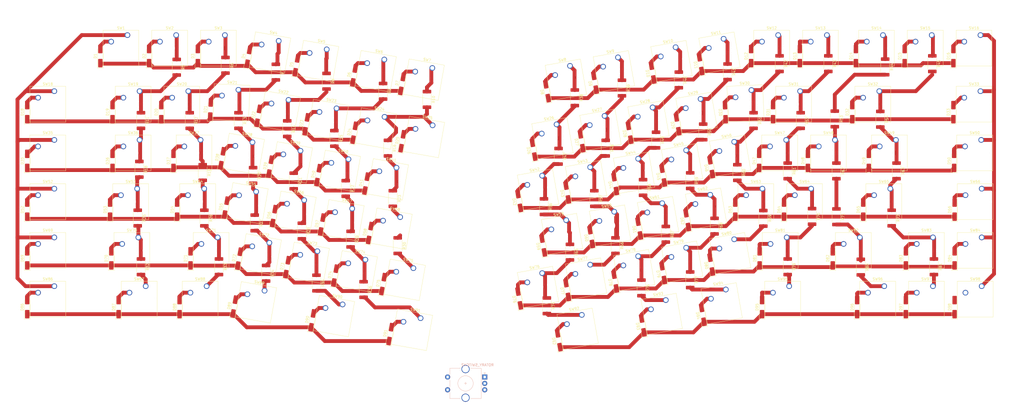
<source format=kicad_pcb>
(kicad_pcb (version 20221018) (generator pcbnew)
  (layers (0 "F.Cu" signal) (31 "B.Cu" signal) (34 "B.Paste" user) (35 "F.Paste" user) (36 "B.SilkS" user "B.Silkscreen") (37 "F.SilkS" user "F.Silkscreen") (38 "B.Mask" user) (39 "F.Mask" user) (44 "Edge.Cuts" user))
  (net 0 "")
  (net 1 "Net-(D1-A)")
  (net 2 "Net-(D2-A)")
  (net 3 "Net-(D3-A)")
  (net 4 "Net-(D4-A)")
  (net 5 "Net-(D5-A)")
  (net 6 "Net-(D6-A)")
  (net 7 "Net-(D7-A)")
  (net 8 "Net-(D8-A)")
  (net 9 "Net-(D9-A)")
  (net 10 "Net-(D10-A)")
  (net 11 "Net-(D11-A)")
  (net 12 "Net-(D12-A)")
  (net 13 "Net-(D13-A)")
  (net 14 "Net-(D14-A)")
  (net 15 "Net-(D15-A)")
  (net 16 "Net-(D16-A)")
  (net 17 "Net-(D18-A)")
  (net 18 "Net-(D19-A)")
  (net 19 "Net-(D20-A)")
  (net 20 "Net-(D21-A)")
  (net 21 "Net-(D22-A)")
  (net 22 "Net-(D23-A)")
  (net 23 "Net-(D24-A)")
  (net 24 "Net-(D25-A)")
  (net 25 "Net-(D26-A)")
  (net 26 "Net-(D27-A)")
  (net 27 "Net-(D28-A)")
  (net 28 "Net-(D29-A)")
  (net 29 "Net-(D30-A)")
  (net 30 "Net-(D31-A)")
  (net 31 "Net-(D32-A)")
  (net 32 "Net-(D33-A)")
  (net 33 "Net-(D35-A)")
  (net 34 "Net-(D36-A)")
  (net 35 "Net-(D37-A)")
  (net 36 "Net-(D38-A)")
  (net 37 "Net-(D39-A)")
  (net 38 "Net-(D40-A)")
  (net 39 "Net-(D41-A)")
  (net 40 "Net-(D42-A)")
  (net 41 "Net-(D43-A)")
  (net 42 "Net-(D44-A)")
  (net 43 "Net-(D45-A)")
  (net 44 "Net-(D46-A)")
  (net 45 "Net-(D47-A)")
  (net 46 "Net-(D48-A)")
  (net 47 "Net-(D49-A)")
  (net 48 "Net-(D50-A)")
  (net 49 "Net-(D52-A)")
  (net 50 "Net-(D53-A)")
  (net 51 "Net-(D54-A)")
  (net 52 "Net-(D55-A)")
  (net 53 "Net-(D56-A)")
  (net 54 "Net-(D57-A)")
  (net 55 "Net-(D58-A)")
  (net 56 "Net-(D59-A)")
  (net 57 "Net-(D60-A)")
  (net 58 "Net-(D61-A)")
  (net 59 "Net-(D62-A)")
  (net 60 "Net-(D63-A)")
  (net 61 "Net-(D64-A)")
  (net 62 "Net-(D65-A)")
  (net 63 "Net-(D66-A)")
  (net 64 "Net-(D69-A)")
  (net 65 "Net-(D70-A)")
  (net 66 "Net-(D71-A)")
  (net 67 "Net-(D72-A)")
  (net 68 "Net-(D73-A)")
  (net 69 "Net-(D74-A)")
  (net 70 "Net-(D75-A)")
  (net 71 "Net-(D76-A)")
  (net 72 "Net-(D77-A)")
  (net 73 "Net-(D78-A)")
  (net 74 "Net-(D79-A)")
  (net 75 "Net-(D80-A)")
  (net 76 "Net-(D81-A)")
  (net 77 "Net-(D82-A)")
  (net 78 "Net-(D83-A)")
  (net 79 "Net-(D84-A)")
  (net 80 "Net-(D86-A)")
  (net 81 "Net-(D87-A)")
  (net 82 "Net-(D88-A)")
  (net 83 "Net-(D89-A)")
  (net 84 "Net-(D90-A)")
  (net 85 "Net-(D91-A)")
  (net 86 "Net-(D92-A)")
  (net 87 "Net-(D93-A)")
  (net 88 "Net-(D94-A)")
  (net 89 "Net-(D95-A)")
  (net 90 "Net-(D96-A)")
  (net 91 "Net-(D97-A)")
  (net 92 "Net-(D98-A)")
  (net 93 "LR1")
  (net 94 "LR2")
  (net 95 "RR2")
  (net 96 "LR3")
  (net 97 "RR3")
  (net 98 "LR4")
  (net 99 "RR4")
  (net 100 "LR5")
  (net 101 "RR5")
  (net 102 "LR6")
  (net 103 "RR6")
  (net 104 "LC2")
  (net 105 "LC3")
  (net 106 "LC4")
  (net 107 "LC5")
  (net 108 "LC6")
  (net 109 "LC7")
  (net 110 "RC9")
  (net 111 "LC1")
  (net 112 "Net-(R11-Pad1)")
  (net 113 "Net-(R12-Pad1)")
  (net 114 "Net-(R13-Pad1)")
  (net 115 "Net-(R14-Pad1)")
  (net 116 "Net-(R15-Pad1)")
  (net 117 "Net-(R10-Pad2)")
  (net 118 "Net-(R11-Pad2)")
  (net 119 "Net-(R12-Pad2)")
  (net 120 "Net-(R13-Pad2)")
  (net 121 "Net-(R14-Pad2)")
  (net 122 "Net-(R15-Pad2)")
  (net 123 "Net-(R16-Pad2)")
  (net 124 "Net-(R18-Pad2)")
  (net 125 "Net-(R19-Pad2)")
  (net 126 "Net-(R20-Pad2)")
  (net 127 "Net-(R21-Pad2)")
  (net 128 "Net-(R22-Pad2)")
  (net 129 "Net-(R25-Pad2)")
  (net 130 "Net-(R26-Pad2)")
  (net 131 "Net-(R27-Pad2)")
  (net 132 "Net-(R28-Pad2)")
  (net 133 "Net-(R29-Pad2)")
  (net 134 "Net-(R30-Pad2)")
  (net 135 "Net-(R32-Pad2)")
  (net 136 "Net-(R33-Pad2)")
  (net 137 "Net-(R34-Pad2)")
  (net 138 "Net-(R35-Pad2)")
  (net 139 "Net-(R36-Pad2)")
  (net 140 "Net-(R38-Pad2)")
  (net 141 "Net-(R39-Pad2)")
  (net 142 "Net-(R40-Pad2)")
  (net 143 "Net-(R41-Pad2)")
  (net 144 "Net-(R42-Pad2)")
  (net 145 "Net-(R43-Pad2)")
  (net 146 "Net-(R44-Pad2)")
  (net 147 "Net-(R45-Pad2)")
  (net 148 "Net-(R47-Pad2)")
  (net 149 "Net-(R48-Pad2)")
  (net 150 "Net-(R49-Pad2)")
  (net 151 "Net-(R50-Pad2)")
  (net 152 "Net-(R51-Pad2)")
  (net 153 "Net-(R52-Pad2)")
  (net 154 "Net-(R53-Pad2)")
  (net 155 "Net-(R54-Pad2)")
  (net 156 "Net-(R56-Pad2)")
  (net 157 "Net-(R57-Pad2)")
  (net 158 "Net-(R58-Pad2)")
  (net 159 "Net-(R59-Pad2)")
  (net 160 "Net-(R60-Pad2)")
  (net 161 "Net-(R61-Pad2)")
  (net 162 "Net-(R62-Pad2)")
  (net 163 "Net-(R63-Pad2)")
  (net 164 "Net-(R65-Pad2)")
  (net 165 "Net-(R66-Pad2)")
  (net 166 "Net-(R67-Pad2)")
  (net 167 "Net-(R68-Pad2)")
  (net 168 "Net-(R69-Pad2)")
  (net 169 "Net-(R70-Pad2)")
  (net 170 "Net-(R71-Pad2)")
  (net 171 "Net-(R72-Pad2)")
  (net 172 "Net-(R74-Pad2)")
  (net 173 "Net-(R76-Pad2)")
  (net 174 "Net-(R77-Pad2)")
  (net 175 "Net-(R79-Pad2)")
  (net 176 "Net-(R80-Pad2)")
  (net 177 "Net-(R81-Pad2)")
  (net 183 "Net-(R23-Pad2)")
  (net 184 "RR1")
  (net 185 "RC2")
  (net 186 "RC1")
  (net 187 "RC8")
  (net 188 "RC7")
  (net 189 "RC6")
  (net 190 "RC5")
  (net 191 "RC4")
  (net 192 "RC3")
  (footprint "Diode_SMD:D_MiniMELF_Handsoldering" (layer "F.Cu") (at 129.198129 40.018665 80)
    (fp_text reference "D5")
    (fp_text value "D")
  )
  (footprint "Button_Switch_Keyboard:SW_Cherry_MX_1.00u_PCB" (layer "F.Cu") (at 101.25975 28.21895)
    (fp_text reference "SW3")
    (fp_text value "MX")
  )
  (footprint "Button_Switch_Keyboard:SW_Cherry_MX_1.00u_PCB" (layer "F.Cu") (at 272.153585 93.9139 10)
    (fp_text reference "SW61")
    (fp_text value "MX")
  )
  (footprint "Button_Switch_Keyboard:SW_Cherry_MX_1.00u_PCB" (layer "F.Cu") (at 268.401468 56.475499 10)
    (fp_text reference "SW28")
    (fp_text value "MX")
  )
  (footprint "Diode_SMD:D_MiniMELF_Handsoldering" (layer "F.Cu") (at 272.536351 121.208741 100)
    (fp_text reference "D79")
    (fp_text value "D")
  )
  (footprint "Diode_SMD:D_MiniMELF_Handsoldering" (layer "F.Cu") (at 288.013837 137.529643 100)
    (fp_text reference "D94")
    (fp_text value "D")
  )
  (footprint "Button_Switch_Keyboard:SW_Cherry_MX_1.00u_PCB" (layer "F.Cu") (at 244.012703 79.825897 10)
    (fp_text reference "SW43")
    (fp_text value "MX")
  )
  (footprint "Diode_SMD:D_MiniMELF_Handsoldering" (layer "F.Cu") (at 87.8225 115.4625 90)
    (fp_text reference "D71")
    (fp_text value "D")
  )
  (footprint "Diode_SMD:D_MiniMELF_Handsoldering" (layer "F.Cu") (at 338.80625 115.4625 90)
    (fp_text reference "D82")
    (fp_text value "D")
  )
  (footprint "Diode_SMD:D_MiniMELF_Handsoldering" (layer "F.Cu") (at 125.546885 118.900073 80)
    (fp_text reference "D73")
    (fp_text value "D")
  )
  (footprint "Resistor_SMD:R_2512_6332Metric_Pad1.40x3.35mm_HandSolder" (layer "F.Cu") (at 128.145 85.215 -90)
    (fp_text reference "R21")
    (fp_text value "0")
  )
  (footprint "Button_Switch_Keyboard:SW_Cherry_MX_1.00u_PCB" (layer "F.Cu") (at 132.228236 92.715842 -10)
    (fp_text reference "SW56")
    (fp_text value "MX")
  )
  (footprint "Diode_SMD:D_MiniMELF_Handsoldering" (layer "F.Cu") (at 311.18375 134.5125 90)
    (fp_text reference "D95")
    (fp_text value "D")
  )
  (footprint "Diode_SMD:D_MiniMELF_Handsoldering" (layer "F.Cu") (at 156.454953 86.249999 80)
    (fp_text reference "D41")
    (fp_text value "D")
  )
  (footprint "Resistor_SMD:R_2512_6332Metric_Pad1.40x3.35mm_HandSolder" (layer "F.Cu") (at 311.66 99.82 -90)
    (fp_text reference "R69")
    (fp_text value "0")
  )
  (footprint "Diode_SMD:D_MiniMELF_Handsoldering" (layer "F.Cu") (at 367.38125 115.4625 90)
    (fp_text reference "D83")
    (fp_text value "D")
  )
  (footprint "Resistor_SMD:R_2512_6332Metric_Pad1.40x3.35mm_HandSolder" (layer "F.Cu") (at 180.215 53.34 -90)
    (fp_text reference "R10")
    (fp_text value "0")
  )
  (footprint "Diode_SMD:D_MiniMELF_Handsoldering" (layer "F.Cu") (at 139.148311 102.248371 80)
    (fp_text reference "D57")
    (fp_text value "D")
  )
  (footprint "Button_Switch_Keyboard:SW_Cherry_MX_1.00u_PCB" (layer "F.Cu") (at 236.119043 40.231495 10)
    (fp_text reference "SW8")
    (fp_text value "MX")
  )
  (footprint "Button_Switch_Keyboard:SW_Cherry_MX_1.00u_PCB" (layer "F.Cu") (at 336.52725 28.21895)
    (fp_text reference "SW13")
    (fp_text value "MX")
  )
  (footprint "Button_Switch_Keyboard:SW_Cherry_MX_1.00u_PCB" (layer "F.Cu") (at 321.7635 126.32645)
    (fp_text reference "SW95")
    (fp_text value "MX")
  )
  (footprint "Button_Switch_Keyboard:SW_Cherry_MX_1.00u_PCB" (layer "F.Cu") (at 254.87963 36.923497 10)
    (fp_text reference "SW9")
    (fp_text value "MX")
  )
  (footprint "Resistor_SMD:R_2512_6332Metric_Pad1.40x3.35mm_HandSolder" (layer "F.Cu") (at 87.505 61.595 -90)
    (fp_text reference "R12")
    (fp_text value "0")
  )
  (footprint "Diode_SMD:D_MiniMELF_Handsoldering" (layer "F.Cu") (at 385.955 58.3125 90)
    (fp_text reference "D33")
    (fp_text value "D")
  )
  (footprint "Resistor_SMD:R_2512_6332Metric_Pad1.40x3.35mm_HandSolder" (layer "F.Cu") (at 163.07 50.165 -90)
    (fp_text reference "R9")
    (fp_text value "0")
  )
  (footprint "Diode_SMD:D_MiniMELF_Handsoldering" (layer "F.Cu") (at 366.905 36.405 90)
    (fp_text reference "D15")
    (fp_text value "D")
  )
  (footprint "Resistor_SMD:R_2512_6332Metric_Pad1.40x3.35mm_HandSolder" (layer "F.Cu") (at 67.82 80.645 -90)
    (fp_text reference "R18")
    (fp_text value "0")
  )
  (footprint "Diode_SMD:D_MiniMELF_Handsoldering" (layer "F.Cu") (at 281.916645 100.504742 100)
    (fp_text reference "D62")
    (fp_text value "D")
  )
  (footprint "Button_Switch_Keyboard:SW_Cherry_MX_1.00u_PCB" (layer "F.Cu") (at 281.533879 73.209901 10)
    (fp_text reference "SW45")
    (fp_text value "MX")
  )
  (footprint "Button_Switch_Keyboard:SW_Cherry_MX_1.00u_PCB" (layer "F.Cu") (at 116.750751 128.086744 -10)
    (fp_text reference "SW89")
    (fp_text value "MX")
  )
  (footprint "Button_Switch_Keyboard:SW_Cherry_MX_1.00u_PCB" (layer "F.Cu") (at 396.8205 69.17645)
    (fp_text reference "SW50")
    (fp_text value "MX")
  )
  (footprint "Button_Switch_Keyboard:SW_Cherry_MX_1.00u_PCB" (layer "F.Cu") (at 94.116 126.32645)
    (fp_text reference "SW88")
    (fp_text value "MX")
  )
  (footprint "Resistor_SMD:R_2512_6332Metric_Pad1.40x3.35mm_HandSolder" (layer "F.Cu") (at 349.76 118.87 -90)
    (fp_text reference "R80")
    (fp_text value "0")
  )
  (footprint "Diode_SMD:D_MiniMELF_Handsoldering" (layer "F.Cu") (at 287.155396 39.544742 100)
    (fp_text reference "D11")
    (fp_text value "D")
  )
  (footprint "Diode_SMD:D_MiniMELF_Handsoldering" (layer "F.Cu") (at 144.307473 122.20807 80)
    (fp_text reference "D74")
    (fp_text value "D")
  )
  (footprint "Button_Switch_Keyboard:SW_Cherry_MX_1.00u_PCB" (layer "F.Cu") (at 182.412808 63.464736 -10)
    (fp_text reference "SW25")
    (fp_text value "MX")
  )
  (footprint "Button_Switch_Keyboard:SW_Cherry_MX_1.00u_PCB" (layer "F.Cu") (at 326.04975 50.12645)
    (fp_text reference "SW31")
    (fp_text value "MX")
  )
  (footprint "Diode_SMD:D_MiniMELF_Handsoldering" (layer "F.Cu") (at 71.63 36.405 90)
    (fp_text reference "D2")
    (fp_text value "D")
  )
  (footprint "Diode_SMD:D_MiniMELF_Handsoldering" (layer "F.Cu") (at 263.156058 103.81274 100)
    (fp_text reference "D61")
    (fp_text value "D")
  )
  (footprint "Resistor_SMD:R_2512_6332Metric_Pad1.40x3.35mm_HandSolder" (layer "F.Cu") (at 140.97 46.23 -90)
    (fp_text reference "R8")
    (fp_text value "0")
  )
  (footprint "Resistor_SMD:R_2512_6332Metric_Pad1.40x3.35mm_HandSolder" (layer "F.Cu") (at 68.455 61.595 -90)
    (fp_text reference "R11")
    (fp_text value "0")
  )
  (footprint "Resistor_SMD:R_2512_6332Metric_Pad1.40x3.35mm_HandSolder" (layer "F.Cu") (at 359.285 40.64 -90)
    (fp_text reference "R44")
    (fp_text value "0")
  )
  (footprint "Button_Switch_Keyboard:SW_Cherry_MX_1.00u_PCB" (layer "F.Cu") (at 163.551347 37.763731 -10)
    (fp_text reference "SW6")
    (fp_text value "MX")
  )
  (footprint "Resistor_SMD:R_2512_6332Metric_Pad1.40x3.35mm_HandSolder" (layer "F.Cu") (at 357.38 61.085 -90)
    (fp_text reference "R54")
    (fp_text value "0")
  )
  (footprint "Button_Switch_Keyboard:SW_Cherry_MX_1.00u_PCB" (layer "F.Cu") (at 361.29225 88.22645)
    (fp_text reference "SW65")
    (fp_text value "MX")
  )
  (footprint "Resistor_SMD:R_2512_6332Metric_Pad1.40x3.35mm_HandSolder" (layer "F.Cu") (at 112.905 101.6 -90)
    (fp_text reference "R27")
    (fp_text value "0")
  )
  (footprint "Button_Switch_Keyboard:SW_Cherry_MX_1.00u_PCB" (layer "F.Cu") (at 377.961 126.32645)
    (fp_text reference "SW97")
    (fp_text value "MX")
  )
  (footprint "Diode_SMD:D_MiniMELF_Handsoldering" (layer "F.Cu") (at 385.955 36.405 90)
    (fp_text reference "D16")
    (fp_text value "D")
  )
  (footprint "Button_Switch_Keyboard:SW_Cherry_MX_1.00u_PCB" (layer "F.Cu") (at 262.773291 114.617899 10)
    (fp_text reference "SW78")
    (fp_text value "MX")
  )
  (footprint "Resistor_SMD:R_2512_6332Metric_Pad1.40x3.35mm_HandSolder" (layer "F.Cu") (at 245.62 92.075 -90)
    (fp_text reference "R57")
    (fp_text value "0")
  )
  (footprint "Diode_SMD:D_MiniMELF_Handsoldering" (layer "F.Cu") (at 310.04075 77.3625 90)
    (fp_text reference "D47")
    (fp_text value "D")
  )
  (footprint "Button_Switch_Keyboard:SW_Cherry_MX_1.00u_PCB" (layer "F.Cu") (at 281.533879 111.309901 10)
    (fp_text reference "SW79")
    (fp_text value "MX")
  )
  (footprint "Diode_SMD:D_MiniMELF_Handsoldering" (layer "F.Cu") (at 291.29694 117.900743 100)
    (fp_text reference "D80")
    (fp_text value "D")
  )
  (footprint "Diode_SMD:D_MiniMELF_Handsoldering" (layer "F.Cu") (at 59.72375 134.5125 90)
    (fp_text reference "D87")
    (fp_text value "D")
  )
  (footprint "Button_Switch_Keyboard:SW_Cherry_MX_1.00u_PCB" (layer "F.Cu") (at 320.6205 69.17645)
    (fp_text reference "SW47")
    (fp_text value "MX")
  )
  (footprint "Diode_SMD:D_MiniMELF_Handsoldering" (layer "F.Cu") (at 347.855 36.405 90)
    (fp_text reference "D14")
    (fp_text value "D")
  )
  (footprint "Diode_SMD:D_MiniMELF_Handsoldering" (layer "F.Cu") (at 386.43125 115.4625 90)
    (fp_text reference "D84")
    (fp_text value "D")
  )
  (footprint "Button_Switch_Keyboard:SW_Cherry_MX_1.00u_PCB" (layer "F.Cu") (at 34.58475 107.27645)
    (fp_text reference "SW69")
    (fp_text value "MX")
  )
  (footprint "Resistor_SMD:R_2512_6332Metric_Pad1.40x3.35mm_HandSolder" (layer "F.Cu") (at 92.585 81.915 -90)
    (fp_text reference "R19")
    (fp_text value "0")
  )
  (footprint "Resistor_SMD:R_2512_6332Metric_Pad1.40x3.35mm_HandSolder" (layer "F.Cu") (at 168.785 110.49 -90)
    (fp_text reference "R30")
    (fp_text value "0")
  )
  (footprint "Resistor_SMD:R_2512_6332Metric_Pad1.40x3.35mm_HandSolder" (layer "F.Cu") (at 264.035 127 -90)
    (fp_text reference "R76")
    (fp_text value "0")
  )
  (footprint "Diode_SMD:D_MiniMELF_Handsoldering" (layer "F.Cu") (at 278.164529 63.066341 100)
    (fp_text reference "D29")
    (fp_text value "D")
  )
  (footprint "Diode_SMD:D_MiniMELF_Handsoldering" (layer "F.Cu") (at 346.42625 58.3125 90)
    (fp_text reference "D32")
    (fp_text value "D")
  )
  (footprint "Resistor_SMD:R_2512_6332Metric_Pad1.40x3.35mm_HandSolder" (layer "F.Cu") (at 318.01 39.37 -90)
    (fp_text reference "R42")
    (fp_text value "0")
  )
  (footprint "Button_Switch_Keyboard:SW_Cherry_MX_1.00u_PCB" (layer "F.Cu") (at 93.1635 88.22645)
    (fp_text reference "SW54")
    (fp_text value "MX")
  )
  (footprint "Resistor_SMD:R_2512_6332Metric_Pad1.40x3.35mm_HandSolder" (layer "F.Cu") (at 236.095 113.03 -90)
    (fp_text reference "R65")
    (fp_text value "0")
  )
  (footprint "Resistor_SMD:R_2512_6332Metric_Pad1.40x3.35mm_HandSolder" (layer "F.Cu") (at 307.85 61.595 -90)
    (fp_text reference "R51")
    (fp_text value "0")
  )
  (footprint "Button_Switch_Keyboard:SW_Cherry_MX_1.00u_PCB" (layer "F.Cu") (at 320.811 107.27645)
    (fp_text reference "SW81")
    (fp_text value "MX")
  )
  (footprint "Diode_SMD:D_MiniMELF_Handsoldering" (layer "F.Cu") (at 101.627136 95.632375 80)
    (fp_text reference "D55")
    (fp_text value "D")
  )
  (footprint "Resistor_SMD:R_2512_6332Metric_Pad1.40x3.35mm_HandSolder" (layer "F.Cu") (at 326.265 61.595 -90)
    (fp_text reference "R52")
    (fp_text value "0")
  )
  (footprint "Diode_SMD:D_MiniMELF_Handsoldering" (layer "F.Cu") (at 76.3925 58.3125 90)
    (fp_text reference "D20")
    (fp_text value "D")
  )
  (footprint "Diode_SMD:D_MiniMELF_Handsoldering" (layer "F.Cu") (at 306.8975 36.405 90)
    (fp_text reference "D12")
    (fp_text value "D")
  )
  (footprint "Button_Switch_Keyboard:SW_Cherry_MX_1.00u_PCB" (layer "F.Cu") (at 86.97225 50.12645)
    (fp_text reference "SW20")
    (fp_text value "MX")
  )
  (footprint "Resistor_SMD:R_2512_6332Metric_Pad1.40x3.35mm_HandSolder" (layer "F.Cu") (at 273.56 106.045 -90)
    (fp_text reference "R67")
    (fp_text value "0")
  )
  (footprint "Button_Switch_Keyboard:SW_Cherry_MX_1.00u_PCB" (layer "F.Cu") (at 273.56063 131.7658 10)
    (fp_text reference "SW93")
    (fp_text value "MX")
  )
  (footprint "Diode_SMD:D_MiniMELF_Handsoldering" (layer "F.Cu") (at 151.710834 43.988262 80)
    (fp_text reference "D6")
    (fp_text value "D")
  )
  (footprint "Diode_SMD:D_MiniMELF_Handsoldering" (layer "F.Cu") (at 90.68 36.405 90)
    (fp_text reference "D3")
    (fp_text value "D")
  )
  (footprint "Diode_SMD:D_MiniMELF_Handsoldering" (layer "F.Cu") (at 165.882149 145.062268 80)
    (fp_text reference "D91")
    (fp_text value "D")
  )
  (footprint "Diode_SMD:D_MiniMELF_Handsoldering" (layer "F.Cu") (at 310.23125 115.4625 90)
    (fp_text reference "D81")
    (fp_text value "D")
  )
  (footprint "Diode_SMD:D_MiniMELF_Handsoldering" (layer "F.Cu") (at 133.05112 63.073272 80)
    (fp_text reference "D23")
    (fp_text value "D")
  )
  (footprint "Button_Switch_Keyboard:SW_Cherry_MX_1.00u_PCB" (layer "F.Cu") (at 174.908573 119.291537 -10)
    (fp_text reference "SW75")
    (fp_text value "MX")
  )
  (footprint "Diode_SMD:D_MiniMELF_Handsoldering" (layer "F.Cu") (at 291.29694 79.800743 100)
    (fp_text reference "D46")
    (fp_text value "D")
  )
  (footprint "Resistor_SMD:R_2512_6332Metric_Pad1.40x3.35mm_HandSolder" (layer "F.Cu") (at 106.555 61.595 -90)
    (fp_text reference "R13")
    (fp_text value "0")
  )
  (footprint "Diode_SMD:D_MiniMELF_Handsoldering" (layer "F.Cu") (at 57.3425 58.3125 90)
    (fp_text reference "D19")
    (fp_text value "D")
  )
  (footprint "Diode_SMD:D_MiniMELF_Handsoldering" (layer "F.Cu") (at 216.254588 93.032734 100)
    (fp_text reference "D42")
    (fp_text value "D")
  )
  (footprint "Diode_SMD:D_MiniMELF_Handsoldering" (layer "F.Cu") (at 386.24075 77.3625 90)
    (fp_text reference "D50")
    (fp_text value "D")
  )
  (footprint "Button_Switch_Keyboard:SW_Cherry_MX_1.00u_PCB" (layer "F.Cu") (at 396.53475 28.21895)
    (fp_text reference "SW16")
    (fp_text value "MX")
  )
  (footprint "Resistor_SMD:R_2512_6332Metric_Pad1.40x3.35mm_HandSolder" (layer "F.Cu") (at 340.235 81.28 -90)
    (fp_text reference "R62")
    (fp_text value "0")
  )
  (footprint "Button_Switch_Keyboard:SW_Cherry_MX_1.00u_PCB" (layer "F.Cu") (at 168.295466 80.025468 -10)
    (fp_text reference "SW41")
    (fp_text value "MX")
  )
  (footprint "Diode_SMD:D_MiniMELF_Handsoldering" (layer "F.Cu") (at 348.33125 134.5125 90)
    (fp_text reference "D96")
    (fp_text value "D")
  )
  (footprint "Button_Switch_Keyboard:SW_Cherry_MX_1.00u_PCB" (layer "F.Cu") (at 330.336 88.22645)
    (fp_text reference "SW64")
    (fp_text value "MX")
  )
  (footprint "Resistor_SMD:R_2512_6332Metric_Pad1.40x3.35mm_HandSolder" (layer "F.Cu") (at 377.7 39.37 -90)
    (fp_text reference "R45")
    (fp_text value "0")
  )
  (footprint "Diode_SMD:D_MiniMELF_Handsoldering" (layer "F.Cu") (at 163.06806 125.516068 80)
    (fp_text reference "D75")
    (fp_text value "D")
  )
  (footprint "Diode_SMD:D_MiniMELF_Handsoldering" (layer "F.Cu") (at 272.536351 83.108741 100)
    (fp_text reference "D45")
    (fp_text value "D")
  )
  (footprint "Button_Switch_Keyboard:SW_Cherry_MX_1.00u_PCB" (layer "F.Cu") (at 34.58475 69.17645)
    (fp_text reference "SW35")
    (fp_text value "MX")
  )
  (footprint "Button_Switch_Keyboard:SW_Cherry_MX_1.00u_PCB" (layer "F.Cu") (at 150.988824 96.02384 -10)
    (fp_text reference "SW57")
    (fp_text value "MX")
  )
  (footprint "Resistor_SMD:R_2512_6332Metric_Pad1.40x3.35mm_HandSolder" (layer "F.Cu") (at 283.085 123.825 -90)
    (fp_text reference "R77")
    (fp_text value "0")
  )
  (footprint "Resistor_SMD:R_2512_6332Metric_Pad1.40x3.35mm_HandSolder" (layer "F.Cu") (at 378.335 118.745 -90)
    (fp_text reference "R81")
    (fp_text value "0")
  )
  (footprint "Resistor_SMD:R_2512_6332Metric_Pad1.40x3.35mm_HandSolder" (layer "F.Cu") (at 155.45 127.635 -90)
    (fp_text reference "R36")
    (fp_text value "0")
  )
  (footprint "Button_Switch_Keyboard:SW_Cherry_MX_1.00u_PCB" (layer "F.Cu") (at 311.286 88.22645)
    (fp_text reference "SW63")
    (fp_text value "MX")
  )
  (footprint "Diode_SMD:D_MiniMELF_Handsoldering" (layer "F.Cu") (at 253.775764 124.516739 100)
    (fp_text reference "D78")
    (fp_text value "D")
  )
  (footprint "Button_Switch_Keyboard:SW_Cherry_MX_1.00u_PCB" (layer "F.Cu") (at 113.467648 89.407844 -10)
    (fp_text reference "SW55")
    (fp_text value "MX")
  )
  (footprint "Button_Switch_Keyboard:SW_Cherry_MX_1.00u_PCB" (layer "F.Cu") (at 156.147985 115.983539 -10)
    (fp_text reference "SW74")
    (fp_text value "MX")
  )
  (footprint "Button_Switch_Keyboard:SW_Cherry_MX_1.00u_PCB" (layer "F.Cu") (at 297.011364 127.630803 10)
    (fp_text reference "SW94")
    (fp_text value "MX")
  )
  (footprint "Button_Switch_Keyboard:SW_Cherry_MX_1.00u_PCB" (layer "F.Cu") (at 300.294467 108.001903 10)
    (fp_text reference "SW80")
    (fp_text value "MX")
  )
  (footprint "Diode_SMD:D_MiniMELF_Handsoldering" (layer "F.Cu") (at 225.634882 110.428735 100)
    (fp_text reference "D59")
    (fp_text value "D")
  )
  (footprint "Resistor_SMD:R_2512_6332Metric_Pad1.40x3.35mm_HandSolder" (layer "F.Cu") (at 67.185 99.695 -90)
    (fp_text reference "R25")
    (fp_text value "0")
  )
  (footprint "Button_Switch_Keyboard:SW_Cherry_MX_1.00u_PCB" (layer "F.Cu") (at 147.236706 133.46224 -10)
    (fp_text reference "SW90")
    (fp_text value "MX")
  )
  (footprint "Button_Switch_Keyboard:SW_Cherry_MX_1.00u_PCB" (layer "F.Cu") (at 357.006 50.12645)
    (fp_text reference "SW32")
    (fp_text value "MX")
  )
  (footprint "Button_Switch_Keyboard:SW_Cherry_MX_1.00u_PCB" (layer "F.Cu") (at 144.891633 56.848741 -10)
    (fp_text reference "SW23")
    (fp_text value "MX")
  )
  (footprint "Resistor_SMD:R_2512_6332Metric_Pad1.40x3.35mm_HandSolder" (layer "F.Cu") (at 68.455 118.745 -90)
    (fp_text reference "R32")
    (fp_text value "0")
  )
  (footprint "Diode_SMD:D_MiniMELF_Handsoldering" (layer "F.Cu") (at 95.623459 57.297135 87.5)
    (fp_text reference "D21")
    (fp_text value "D")
  )
  (footprint "Button_Switch_Keyboard:SW_Cherry_MX_1.00u_PCB" (layer "F.Cu") (at 67.92225 50.12645)
    (fp_text reference "SW19")
    (fp_text value "MX")
  )
  (footprint "Diode_SMD:D_MiniMELF_Handsoldering" (layer "F.Cu") (at 114.290532 59.765274 80)
    (fp_text reference "D22")
    (fp_text value "D")
  )
  (footprint "Button_Switch_Keyboard:SW_Cherry_MX_1.00u_PCB" (layer "F.Cu") (at 182.311934 41.071729 -10)
    (fp_text reference "SW7")
    (fp_text value "MX")
  )
  (footprint "Diode_SMD:D_MiniMELF_Handsoldering" (layer "F.Cu") (at 367.38125 134.5125 90)
    (fp_text reference "D97")
    (fp_text value "D")
  )
  (footprint "Button_Switch_Keyboard:SW_Cherry_MX_1.00u_PCB" (layer "F.Cu") (at 106.55021 49.580359 -2.5)
    (fp_text reference "SW21")
    (fp_text value "MX")
  )
  (footprint "Diode_SMD:D_MiniMELF_Handsoldering" (layer "F.Cu") (at 157.908899 105.556369 80)
    (fp_text reference "D58")
    (fp_text value "D")
  )
  (footprint "Diode_SMD:D_MiniMELF_Handsoldering" (layer "F.Cu") (at 151.811708 66.38127 80)
    (fp_text reference "D24")
    (fp_text value "D")
  )
  (footprint "Button_Switch_Keyboard:SW_Cherry_MX_1.00u_PCB" (layer "F.Cu") (at 363.483 69.17645)
    (fp_text reference "SW49")
    (fp_text value "MX")
  )
  (footprint "Diode_SMD:D_MiniMELF_Handsoldering" (layer "F.Cu") (at 57.3425 77.3625 90)
    (fp_text reference "D36")
    (fp_text value "D")
  )
  (footprint "Diode_SMD:D_MiniMELF_Handsoldering" (layer "F.Cu") (at 216.254588 131.132734 100)
    (fp_text reference "D76")
    (fp_text value "D")
  )
  (footprint "Diode_SMD:D_MiniMELF_Handsoldering" (layer "F.Cu") (at 100.17319 76.326006 80)
    (fp_text reference "D38")
    (fp_text value "D")
  )
  (footprint "Diode_SMD:D_MiniMELF_Handsoldering" (layer "F.Cu") (at 235.015176 127.824736 100)
    (fp_text reference "D77")
    (fp_text value "D")
  )
  (footprint "Button_Switch_Keyboard:SW_Cherry_MX_1.00u_PCB" (layer "F.Cu") (at 290.914172 90.605902 10)
    (fp_text reference "SW62")
    (fp_text value "MX")
  )
  (footprint "Diode_SMD:D_MiniMELF_Handsoldering" (layer "F.Cu") (at 170.471422 47.29626 80)
    (fp_text reference "D7")
    (fp_text value "D")
  )
  (footprint "Button_Switch_Keyboard:SW_Cherry_MX_1.00u_PCB" (layer "F.Cu") (at 225.252115 83.133894 10)
    (fp_text reference "SW42")
    (fp_text value "MX")
  )
  (footprint "Resistor_SMD:R_2512_6332Metric_Pad1.40x3.35mm_HandSolder" (layer "F.Cu") (at 278.64 45.72 -90)
    (fp_text reference "R40")
    (fp_text value "0")
  )
  (footprint "Diode_SMD:D_MiniMELF_Handsoldering" (layer "F.Cu") (at 315.47 58.3125 90)
    (fp_text reference "D31")
    (fp_text value "D")
  )
  (footprint "Button_Switch_Keyboard:SW_Cherry_MX_1.00u_PCB" (layer "F.Cu") (at 34.58475 126.32645)
    (fp_text reference "SW86")
    (fp_text value "MX")
  )
  (footprint "Diode_SMD:D_MiniMELF_Handsoldering" (layer "F.Cu") (at 83.53625 134.5125 90)
    (fp_text reference "D88")
    (fp_text value "D")
  )
  (footprint "Diode_SMD:D_MiniMELF_Handsoldering" (layer "F.Cu") (at 264.563103 141.66464 100)
    (fp_text reference "D93")
    (fp_text value "D")
  )
  (footprint "Resistor_SMD:R_2512_6332Metric_Pad1.40x3.35mm_HandSolder" (layer "F.Cu") (at 98.935 118.745 -90)
    (fp_text reference "R33")
    (fp_text value "0")
  )
  (footprint "Resistor_SMD:R_2512_6332Metric_Pad1.40x3.35mm_HandSolder" (layer "F.Cu") (at 253.875 110.49 -90)
    (fp_text reference "R66")
    (fp_text value "0")
  )
  (footprint "Button_Switch_Keyboard:SW_Cherry_MX_1.00u_PCB" (layer "F.Cu") (at 230.880293 63.091495 10)
    (fp_text reference "SW26")
    (fp_text value "MX")
  )
  (footprint "Resistor_SMD:R_2512_6332Metric_Pad1.40x3.35mm_HandSolder" (layer "F.Cu") (at 137.035 125.095 -90)
    (fp_text reference "R35")
    (fp_text value "0")
  )
  (footprint "Diode_SMD:D_MiniMELF_Handsoldering" (layer "F.Cu") (at 106.786297 115.592075 80)
    (fp_text reference "D72")
    (fp_text value "D")
  )
  (footprint "Resistor_SMD:R_2512_6332Metric_Pad1.40x3.35mm_HandSolder" (layer "F.Cu") (at 264.67 87.755 -90)
    (fp_text reference "R58")
    (fp_text value "0")
  )
  (footprint "Diode_SMD:D_MiniMELF_Handsoldering" (layer "F.Cu") (at 386.43125 96.4125 90)
    (fp_text reference "D66")
    (fp_text value "D")
  )
  (footprint "Resistor_SMD:R_2512_6332Metric_Pad1.40x3.35mm_HandSolder" (layer "F.Cu") (at 238 52.705 -90)
    (fp_text reference "R38")
    (fp_text value "0")
  )
  (footprint "Diode_SMD:D_MiniMELF_Handsoldering" (layer "F.Cu") (at 240.643353 69.682337 100)
    (fp_text reference "D27")
    (fp_text value "D")
  )
  (footprint "Diode_SMD:D_MiniMELF_Handsoldering" (layer "F.Cu") (at 329.09075 77.3625 90)
    (fp_text reference "D48")
    (fp_text value "D")
  )
  (footprint "Button_Switch_Keyboard:SW_Cherry_MX_1.00u_PCB" (layer "F.Cu") (at 98.40225 107.27645)
    (fp_text reference "SW71")
    (fp_text value "MX")
  )
  (footprint "Resistor_SMD:R_2512_6332Metric_Pad1.40x3.35mm_HandSolder" (layer "F.Cu") (at 101.475 40.005 -90)
    (fp_text reference "R6")
    (fp_text value "0")
  )
  (footprint "Button_Switch_Keyboard:SW_Cherry_MX_1.00u_PCB" (layer "F.Cu") (at 67.446 107.27645)
    (fp_text reference "SW70")
    (fp_text value "MX")
  )
  (footprint "Resistor_SMD:R_2512_6332Metric_Pad1.40x3.35mm_HandSolder" (layer "F.Cu") (at 256.415 48.895 -90)
    (fp_text reference "R39")
    (fp_text value "0")
  )
  (footprint "Diode_SMD:D_MiniMELF_Handsoldering" (layer "F.Cu") (at 253.775764 86.416739 100)
    (fp_text reference "D44")
    (fp_text value "D")
  )
  (footprint "Resistor_SMD:R_2512_6332Metric_Pad1.40x3.35mm_HandSolder" (layer "F.Cu") (at 330.71 99.06 -90)
    (fp_text reference "R70")
    (fp_text value "0")
  )
  (footprint "Resistor_SMD:R_2512_6332Metric_Pad1.40x3.35mm_HandSolder" (layer "F.Cu") (at 150.37 107.95 -90)
    (fp_text reference "R29")
    (fp_text value "0")
  )
  (footprint "Resistor_SMD:R_2512_6332Metric_Pad1.40x3.35mm_HandSolder" (layer "F.Cu") (at 82.425 40.765 -90)
    (fp_text reference "R5")
    (fp_text value "0")
  )
  (footprint "Diode_SMD:D_MiniMELF_Handsoldering" (layer "F.Cu") (at 325.9475 36.405 90)
    (fp_text reference "D13")
    (fp_text value "D")
  )
  (footprint "Diode_SMD:D_MiniMELF_Handsoldering" (layer "F.Cu") (at 56.86625 115.4625 90)
    (fp_text reference "D70")
    (fp_text value "D")
  )
  (footprint "Button_Switch_Keyboard:SW_Cherry_MX_1.00u_PCB" (layer "F.Cu") (at 234.632409 100.529896 10)
    (fp_text reference "SW59")
    (fp_text value "MX")
  )
  (footprint "Resistor_SMD:R_2512_6332Metric_Pad1.40x3.35mm_HandSolder" (layer "F.Cu") (at 164.975 72.39 -90)
    (fp_text reference "R16")
    (fp_text value "0")
  )
  (footprint "Diode_SMD:D_MiniMELF_Handsoldering" (layer "F.Cu") (at 227.121516 50.130335 100)
    (fp_text reference "D8")
    (fp_text value "D")
  )
  (footprint "Button_Switch_Keyboard:SW_Cherry_MX_1.00u_PCB" (layer "F.Cu") (at 349.386 107.27645)
    (fp_text reference "SW82")
    (fp_text value "MX")
  )
  (footprint "Button_Switch_Keyboard:SW_Cherry_MX_1.00u_PCB" (layer "F.Cu") (at 118.62681 109.367544 -10)
    (fp_text reference "SW72")
    (fp_text value "MX")
  )
  (footprint "Button_Switch_Keyboard:SW_Cherry_MX_1.00u_PCB" (layer "F.Cu") (at 177.722661 138.837737 -10)
    (fp_text reference "SW91")
    (fp_text value "MX")
  )
  (footprint "Diode_SMD:D_MiniMELF_Handsoldering" (layer "F.Cu") (at 231.732074 147.453636 100)
    (fp_text reference "D92")
    (fp_text value "D")
  )
  (footprint "Resistor_SMD:R_2512_6332Metric_Pad1.40x3.35mm_HandSolder" (layer "F.Cu") (at 321.185 118.745 -90)
    (fp_text reference "R79")
    (fp_text value "0")
  )
  (footprint "Button_Switch_Keyboard:SW_Cherry_MX_1.00u_PCB" (layer "F.Cu") (at 122.278054 30.486136 -10)
    (fp_text reference "SW4")
    (fp_text value "MX")
  )
  (footprint "Button_Switch_Keyboard:SW_Cherry_MX_1.00u_PCB" (layer "F.Cu") (at 249.64088 59.783497 10)
    (fp_text reference "SW27")
    (fp_text value "MX")
  )
  (footprint "Diode_SMD:D_MiniMELF_Handsoldering" (layer "F.Cu") (at 268.394809 42.85274 100)
    (fp_text reference "D10")
    (fp_text value "D")
  )
  (footprint "Diode_SMD:D_MiniMELF_Handsoldering" (layer "F.Cu") (at 56.39 96.4125 90)
    (fp_text reference "D53")
    (fp_text value "D")
  )
  (footprint "Resistor_SMD:R_2512_6332Metric_Pad1.40x3.35mm_HandSolder" (layer "F.Cu") (at 297.69 42.545 -90)
    (fp_text reference "R41")
    (fp_text value "0")
  )
  (footprint "Button_Switch_Keyboard:SW_Cherry_MX_1.00u_PCB" (layer "F.Cu") (at 82.20975 28.21895)
    (fp_text reference "SW2")
    (fp_text value "MX")
  )
  (footprint "Button_Switch_Keyboard:SW_Cherry_MX_1.00u_PCB" (layer "F.Cu") (at 169.749411 99.331838 -10)
    (fp_text reference "SW58")
    (fp_text value "MX")
  )
  (footprint "Resistor_SMD:R_2512_6332Metric_Pad1.40x3.35mm_HandSolder" (layer "F.Cu") (at 269.75 69.215 -90)
    (fp_text reference "R49")
    (fp_text value "0")
  )
  (footprint "Button_Switch_Keyboard:SW_Cherry_MX_1.00u_PCB" (layer "F.Cu") (at 70.3035 126.32645)
    (fp_text reference "SW87")
    (fp_text value "MX")
  )
  (footprint "Diode_SMD:D_MiniMELF_Handsoldering" (layer "F.Cu") (at 82.58375 96.4125 90)
    (fp_text reference "D54")
    (fp_text value "D")
  )
  (footprint "Diode_SMD:D_MiniMELF_Handsoldering" (layer "F.Cu") (at 352.90325 77.3625 90)
    (fp_text reference "D49")
    (fp_text value "D")
  )
  (footprint "Button_Switch_Keyboard:SW_Cherry_MX_1.00u_PCB" (layer "F.Cu") (at 112.013703 70.101474 -10)
    (fp_text reference "SW38")
    (fp_text value "MX")
  )
  (footprint "Diode_SMD:D_MiniMELF_Handsoldering" (layer "F.Cu") (at 104.910239 134.311275 80)
    (fp_text reference "D89")
    (fp_text value "D")
  )
  (footprint "Button_Switch_Keyboard:SW_Cherry_MX_1.00u_PCB" (layer "F.Cu") (at 149.534878 76.71747 -10)
    (fp_text reference "SW40")
    (fp_text value "MX")
  )
  (footprint "Button_Switch_Keyboard:SW_Cherry_MX_1.00u_PCB" (layer "F.Cu") (at 91.73475 69.17645)
    (fp_text reference "SW37")
    (fp_text value "MX")
  )
  (footprint "Button_Switch_Keyboard:SW_Cherry_MX_1.00u_PCB" (layer "F.Cu") (at 397.011 107.27645)
    (fp_text reference "SW84")
    (fp_text value "MX")
  )
  (footprint "Resistor_SMD:R_2512_6332Metric_Pad1.40x3.35mm_HandSolder" (layer "F.Cu") (at 292.61 102.87 -90)
    (fp_text reference "R68")
    (fp_text value "0")
  )
  (footprint "Resistor_SMD:R_2512_6332Metric_Pad1.40x3.35mm_HandSolder" (layer "F.Cu") (at 363.73 81.28 -90)
    (fp_text reference "R63")
    (fp_text value "0")
  )
  (footprint "Button_Switch_Keyboard:SW_Cherry_MX_1.00u_PCB" (layer "F.Cu") (at 317.47725 28.21895)
    (fp_text reference "SW12")
    (fp_text value "MX")
  )
  (footprint "Button_Switch_Keyboard:SW_Cherry_MX_1.00u_PCB" (layer "F.Cu") (at 34.58475 88.22645)
    (fp_text reference "SW52")
    (fp_text value "MX")
  )
  (footprint "Button_Switch_Keyboard:SW_Cherry_MX_1.00u_PCB" (layer "F.Cu") (at 397.011 126.32645)
    (fp_text reference "SW98")
    (fp_text value "MX")
  )
  (footprint "Resistor_SMD:R_2512_6332Metric_Pad1.40x3.35mm_HandSolder" (layer "F.Cu") (at 148.465 88.14 -90)
    (fp_text reference "R22")
    (fp_text value "0")
  )
  (footprint "Diode_SMD:D_MiniMELF_Handsoldering" (layer "F.Cu") (at 259.403941 66.374339 100)
    (fp_text reference "D28")
    (fp_text value "D")
  )
  (footprint "Button_Switch_Keyboard:SW_Cherry_MX_1.00u_PCB" (layer "F.Cu") (at 34.58475 50.12645)
    (fp_text reference "SW18")
    (fp_text value "MX")
  )
  (footprint "Diode_SMD:D_MiniMELF_Handsoldering" (layer "F.Cu") (at 81.155 77.3625 90)
    (fp_text reference "D37")
    (fp_text value "D")
  )
  (footprint "Resistor_SMD:R_2512_6332Metric_Pad1.40x3.35mm_HandSolder" (layer "F.Cu") (at 121.16 42.67 -90)
    (fp_text reference "R7")
    (fp_text value "0")
  )
  (footprint "Diode_SMD:D_MiniMELF_Handsoldering" (layer "F.Cu") (at 135.396194 139.686771 80)
    (fp_text reference "D90")
    (fp_text value "D")
  )
  (footprint "Resistor_SMD:R_2512_6332Metric_Pad1.40x3.35mm_HandSolder" (layer "F.Cu") (at 283.085 85.09 -90)
    (fp_text reference "R59")
    (fp_text value "0")
  )
  (footprint "Resistor_SMD:R_2512_6332Metric_Pad1.40x3.35mm_HandSolder" (layer "F.Cu") (at 288.165 66.04 -90)
    (fp_text reference "R50")
    (fp_text value "0")
  )
  (footprint "Resistor_SMD:R_2512_6332Metric_Pad1.40x3.35mm_HandSolder" (layer "F.Cu") (at 227.076 133.987 -90)
    (fp_text reference "R74")
    (fp_text value "0")
  )
  (footprint "Diode_SMD:D_MiniMELF_Handsoldering" (layer "F.Cu") (at 245.882103 46.822337 100)
    (fp_text reference "D9")
    (fp_text value "D")
  )
  (footprint "Diode_SMD:D_MiniMELF_Handsoldering" (layer "F.Cu") (at 319.75625 96.4125 90)
    (fp_text reference "D64")
    (fp_text value "D")
  )
  (footprint "Resistor_SMD:R_2512_6332Metric_Pad1.40x3.35mm_HandSolder" (layer "F.Cu") (at 301.5 81.915 -90)
    (fp_text reference "R60")
    (fp_text value "0")
  )
  (footprint "Diode_SMD:D_MiniMELF_Handsoldering" (layer "F.Cu") (at 244.39547 107.120738 100)
    (fp_text reference "D60")
    (fp_text value "D")
  )
  (footprint "Button_Switch_Keyboard:SW_Cherry_MX_1.00u_PCB" (layer "F.Cu") (at 126.131045 53.540743 -10)
    (fp_text reference "SW22")
    (fp_text value "MX")
  )
  (footprint "Resistor_SMD:R_2512_6332Metric_Pad1.40x3.35mm_HandSolder" (layer "F.Cu") (at 361.825 99.695 -90)
    (fp_text reference "R72")
    (fp_text value "0")
  )
  (footprint "Button_Switch_Keyboard:SW_Cherry_MX_1.00u_PCB" (layer "F.Cu") (at 397.011 88.22645)
    (fp_text reference "SW66")
    (fp_text value "MX")
  )
  (footprint "Resistor_SMD:R_2512_6332Metric_Pad1.40x3.35mm_HandSolder" (layer "F.Cu") (at 144.02 68.58 -90)
    (fp_text reference "R15")
    (fp_text value "0")
  )
  (footprint "Button_Switch_Keyboard:SW_Cherry_MX_1.00u_PCB" (layer "F.Cu") (at 307.025159 49.70191 2.5)
    (fp_text reference "SW30")
    (fp_text value "MX")
  )
  (footprint "Button_Switch_Keyboard:SW_Cherry_MX_1.00u_PCB" (layer "F.Cu") (at 163.65222 60.156738 -10)
    (fp_text reference "SW24")
    (fp_text value "MX")
  )
  (footprint "Diode_SMD:D_MiniMELF_Handsoldering" (layer "F.Cu") (at 137.694366 82.942001 80)
    (fp_text reference "D40")
    (fp_text value "D")
  )
  (footprint "Diode_SMD:D_MiniMELF_Handsoldering" (layer "F.Cu") (at 350.7125 96.4125 90)
    (fp_text reference "D65")
    (fp_text value "D")
  )
  (footprint "Resistor_SMD:R_2512_6332Metric_Pad1.40x3.35mm_HandSolder" (layer "F.Cu") (at 93.22 99.695 -90)
    (fp_text reference "R26")
    (fp_text value "0")
  )
  (footprint "Diode_SMD:D_MiniMELF_Handsoldering" (layer "F.Cu") (at 110.437541 36.710667 80)
    (fp_text reference "D4")
    (fp_text value "D")
  )
  (footprint "Diode_SMD:D_MiniMELF_Handsoldering" (layer "F.Cu") (at 120.387723 98.940373 80)
    (fp_text reference "D56")
    (fp_text value "D")
  )
  (footprint "Button_Switch_Keyboard:SW_Cherry_MX_1.00u_PCB" (layer "F.Cu") (at 225.252115 121.233894 10)
    (fp_text reference "SW76")
    (fp_text value "MX")
  )
  (footprint "Button_Switch_Keyboard:SW_Cherry_MX_1.00u_PCB" (layer "F.Cu") (at 244.012703 117.925897 10)
    (fp_text reference "SW77")
    (fp_text value "MX")
  )
  (footprint "Button_Switch_Keyboard:SW_Cherry_MX_1.00u_PCB" (layer "F.Cu") (at 396.53475 50.12645)
    (fp_text reference "SW33")
    (fp_text value "MX")
  )
  (footprint "Button_Switch_Keyboard:SW_Cherry_MX_1.00u_PCB" (layer "F.Cu") (at 253.392997 97.221898 10)
    (fp_text reference "SW60")
    (fp_text value "MX")
  )
  (footprint "Button_Switch_Keyboard:SW_Cherry_MX_1.00u_PCB" (layer "F.Cu") (at 262.773291 76.517899 10)
    (fp_text reference "SW44")
    (fp_text value "MX")
  )
  (footprint "Diode_SMD:D_MiniMELF_Handsoldering" (layer "F.Cu") (at 235.015176 89.724736 100)
    (fp_text reference "D43")
    (fp_text value "D")
  )
  (footprint "Resistor_SMD:R_2512_6332Metric_Pad1.40x3.35mm_HandSolder" (layer "F.Cu") (at 131.32 104.775 -90)
    (fp_text reference "R28")
    (fp_text value "0")
  )
  (footprint "Resistor_SMD:R_2512_6332Metric_Pad1.40x3.35mm_HandSolder" (layer "F.Cu") (at 125.605 64.77 -90)
    (fp_text reference "R14")
    (fp_text value "0")
  )
  (footprint "Button_Switch_Keyboard:SW_Cherry_MX_1.00u_PCB" (layer "F.Cu") (at 67.92225 69.17645)
    (fp_text reference "SW36")
    (fp_text value "MX")
  )
  (footprint "Button_Switch_Keyboard:SW_Cherry_MX_1.00u_PCB" (layer "F.Cu") (at 63.15975 28.21895)
    (fp_text reference "SW1")
    (fp_text value "MX")
  )
  (footprint "Resistor_SMD:R_2512_6332Metric_Pad1.40x3.35mm_HandSolder" (layer "F.Cu") (at 339.6 60.96 -90)
    (fp_text reference "R53")
    (fp_text value "0")
  )
  (footprint "Button_Switch_Keyboard:SW_Cherry_MX_1.00u_PCB" (layer "F.Cu") (at 358.43475 28.21895)
    (fp_text reference "SW14")
    (fp_text value "MX")
  )
  (footprint "Resistor_SMD:R_2512_6332Metric_Pad1.40x3.35mm_HandSolder" (layer "F.Cu") (at 340.235 99.185 -90)
    (fp_text reference "R71")
    (fp_text value "0")
  )
  (footprint "Button_Switch_Keyboard:SW_Cherry_MX_1.00u_PCB" (layer "F.Cu") (at 339.6705 69.17645)
    (fp_text reference "SW48")
    (fp_text value "MX")
  )
  (footprint "Button_Switch_Keyboard:SW_Cherry_MX_1.00u_PCB" (layer "F.Cu") (at 300.294467 69.901903 10)
    (fp_text reference "SW46")
    (fp_text value "MX")
  )
  (footprint "Button_Switch_Keyboard:SW_Cherry_MX_1.00u_PCB" (layer "F.Cu") (at 377.48475 28.21895)
    (fp_text reference "SW15")
    (fp_text value "MX")
  )
  (footprint "Diode_SMD:D_MiniMELF_Handsoldering" (layer "F.Cu") (at 296.812549 58.341651 92.5)
    (fp_text reference "D30")
    (fp_text value "D")
  )
  (footprint "Button_Switch_Keyboard:SW_Cherry_MX_1.00u_PCB" (layer "F.Cu") (at 287.162056 53.167502 10)
    (fp_text reference "SW29")
    (fp_text value "MX")
  )
  (footprint "Button_Switch_Keyboard:SW_Cherry_MX_1.00u_PCB" (layer "F.Cu") (at 358.911 126.32645)
    (fp_text reference "SW96")
    (fp_text value "MX")
  )
  (footprint "Diode_SMD:D_MiniMELF_Handsoldering" (layer "F.Cu") (at 24.005 134.5125 90)
    (fp_text reference "D86")
    (fp_text value "D")
  )
  (footprint "Button_Switch_Keyboard:SW_Cherry_MX_1.00u_PCB" (layer "F.Cu") (at 130.77429 73.409472 -10)
    (fp_text reference "SW39")
    (fp_text value "MX")
  )
  (footprint "Resistor_SMD:R_2512_6332Metric_Pad1.40x3.35mm_HandSolder" (layer "F.Cu") (at 112.27 83.06 -90)
    (fp_text reference "R20")
    (fp_text value "0")
  )
  (footprint "Diode_SMD:D_MiniMELF_Handsoldering" (layer "F.Cu") (at 24.005 96.4125 90)
    (fp_text reference "D52")
    (fp_text value "D")
  )
  (footprint "Button_Switch_Keyboard:SW_Cherry_MX_1.00u_PCB" (layer "F.Cu") (at 296.152923 29.645902 10)
    (fp_text reference "SW11")
    (fp_text value "MX")
  )
  (footprint "Diode_SMD:D_MiniMELF_Handsoldering" (layer "F.Cu") (at 118.933778 79.634003 80)
    (fp_text reference "D39")
    (fp_text value "D")
  )
  (footprint "Resistor_SMD:R_2512_6332Metric_Pad1.40x3.35mm_HandSolder" (layer "F.Cu") (at 231.65 75.565 -90)
    (fp_text reference "R47")
    (fp_text value "0")
  )
  (footprint "Diode_SMD:D_MiniMELF_Handsoldering" (layer "F.Cu") (at 24.005 115.4625 90)
    (fp_text reference "D69")
    (fp_text value "D")
  )
  (footprint "Diode_SMD:D_MiniMELF_Handsoldering" (layer "F.Cu") (at 386.43125 134.5125 90)
    (fp_text reference "D98")
    (fp_text value "D")
  )
  (footprint "Resistor_SMD:R_2512_6332Metric_Pad1.40x3.35mm_HandSolder" (layer "F.Cu") (at 337.06 39.37 -90)
    (fp_text reference "R43")
    (fp_text value "0")
  )
  (footprint "Resistor_SMD:R_2512_6332Metric_Pad1.40x3.35mm_HandSolder" (layer "F.Cu") (at 166.88 92.075 -90)
    (fp_text reference "R23")
    (fp_text value "0")
  )
  (footprint "Button_Switch_Keyboard:SW_Cherry_MX_1.00u_PCB" (layer "F.Cu") (at 277.392336 32.9539 10)
    (fp_text reference "SW10")
    (fp_text value "MX")
  )
  (footprint "Resistor_SMD:R_2512_6332Metric_Pad1.40x3.35mm_HandSolder" (layer "F.Cu") (at 225.935 95.25 -90)
    (fp_text reference "R56")
    (fp_text value "0")
  )
  (footprint "Button_Switch_Keyboard:SW_Cherry_MX_1.00u_PCB" (layer "F.Cu") (at 377.961 107.27645)
    (fp_text reference "SW83")
    (fp_text value "MX")
  )
  (footprint "Diode_SMD:D_MiniMELF_Handsoldering" (layer "F.Cu") (at 24.005 77.3625 90)
    (fp_text reference "D35")
    (fp_text value "D")
  )
  (footprint "Diode_SMD:D_MiniMELF_Handsoldering" (layer "F.Cu") (at 24.005 58.3125 90)
    (fp_text reference "D18")
    (fp_text value "D")
  )
  (footprint "Button_Switch_Keyboard:SW_Cherry_MX_1.00u_PCB" (layer "F.Cu") (at 137.387398 112.675541 -10)
    (fp_text reference "SW73")
    (fp_text value "MX")
  )
  (footprint "Diode_SMD:D_MiniMELF_Handsoldering" (layer "F.Cu") (at 300.70625 96.4125 90)
    (fp_text reference "D63")
    (fp_text value "D")
  )
  (footprint "Diode_SMD:D_MiniMELF_Handsoldering" (layer "F.Cu") (at 221.882766 72.990335 100)
    (fp_text reference "D26")
    (fp_text value "D")
  )
  (footprint "Button_Switch_Keyboard:SW_Cherry_MX_1.00u_PCB" (layer "F.Cu") (at 66.96975 88.22645)
    (fp_text reference "SW53")
    (fp_text value "MX")
  )
  (footprint "Resistor_SMD:R_2512_6332Metric_Pad1.40x3.35mm_HandSolder" (layer "F.Cu") (at 117.35 121.285 -90)
    (fp_text reference "R34")
    (fp_text value "0")
  )
  (footprint "Diode_SMD:D_MiniMELF_Handsoldering" (layer "F.Cu") (at 52.58 36.405 90)
    (fp_text reference "D1")
    (fp_text value "D")
  )
  (footprint "Button_Switch_Keyboard:SW_Cherry_MX_1.00u_PCB" (layer "F.Cu") (at 141.038641 33.794134 -10)
    (fp_text reference "SW5")
    (fp_text value "MX")
  )
  (footprint "Resistor_SMD:R_2512_6332Metric_Pad1.40x3.35mm_HandSolder" (layer "F.Cu") (at 250.065 72.39 -90)
    (fp_text reference "R48")
    (fp_text value "0")
  )
  (footprint "Diode_SMD:D_MiniMELF_Handsoldering" (layer "F.Cu") (at 170.572296 69.689267 80)
    (fp_text reference "D25")
    (fp_text value "D")
  )
  (footprint "Button_Switch_Keyboard:SW_Cherry_MX_1.00u_PCB" (layer "F.Cu") (at 240.729601 137.554796 10)
    (fp_text reference "SW92")
    (fp_text value "MX")
  )
  (footprint "Resistor_SMD:R_2512_6332Metric_Pad1.40x3.35mm_HandSolder" (layer "F.Cu") (at 321.185 81.28 -90)
    (fp_text reference "R61")
    (fp_text value "0")
  )
  (footprint "Rotary_Encoder:RotaryEncoder_Alps_EC11E-Switch_Vertical_H20mm_CircularMountingHoles" (layer "B.Cu") (at 202.791 161.826 180)
    (fp_text reference "ROTARY_SWITCH2")
    (fp_text value "KNOB")
  )
  (segment (start 56.80975 30.75895) (end 54.20605 30.75895) (width 1.5) (layer "F.Cu") (net 1))
  (segment (start 54.20605 30.75895) (end 52.58 32.385) (width 1.5) (layer "F.Cu") (net 1))
  (segment (start 73.25605 30.75895) (end 71.63 32.385) (width 1.5) (layer "F.Cu") (net 2))
  (segment (start 75.85975 30.75895) (end 73.25605 30.75895) (width 1.5) (layer "F.Cu") (net 2))
  (segment (start 92.30605 30.75895) (end 94.90975 30.75895) (width 1.5) (layer "F.Cu") (net 3))
  (segment (start 90.68 32.385) (end 92.30605 30.75895) (width 1.5) (layer "F.Cu") (net 3))
  (segment (start 112.002465 31.884882) (end 111.135607 32.75174) (width 1.5) (layer "F.Cu") (net 4))
  (segment (start 115.583458 31.884882) (end 112.002465 31.884882) (width 1.5) (layer "F.Cu") (net 4))
  (segment (start 130.763052 35.19288) (end 129.896194 36.059738) (width 1.5) (layer "F.Cu") (net 5))
  (segment (start 134.344045 35.19288) (end 130.763052 35.19288) (width 1.5) (layer "F.Cu") (net 5))
  (segment (start 153.275758 39.162477) (end 152.4089 40.029335) (width 1.5) (layer "F.Cu") (net 6))
  (segment (start 156.856751 39.162477) (end 153.275758 39.162477) (width 1.5) (layer "F.Cu") (net 6))
  (segment (start 175.617338 42.470475) (end 172.036345 42.470475) (width 1.5) (layer "F.Cu") (net 7))
  (segment (start 172.036345 42.470475) (end 171.169487 43.337333) (width 1.5) (layer "F.Cu") (net 7))
  (segment (start 226.643984 45.942535) (end 226.643984 47.422114) (width 1.5) (layer "F.Cu") (net 8))
  (segment (start 230.30658 43.835573) (end 228.750946 43.835573) (width 1.5) (layer "F.Cu") (net 8))
  (segment (start 228.750946 43.835573) (end 226.643984 45.942535) (width 1.5) (layer "F.Cu") (net 8))
  (segment (start 247.511533 40.527575) (end 245.404571 42.634537) (width 1.5) (layer "F.Cu") (net 9))
  (segment (start 249.067167 40.527575) (end 247.511533 40.527575) (width 1.5) (layer "F.Cu") (net 9))
  (segment (start 245.404571 42.634537) (end 245.404571 44.114116) (width 1.5) (layer "F.Cu") (net 9))
  (segment (start 267.917277 40.144519) (end 267.917277 38.66494) (width 1.5) (layer "F.Cu") (net 10))
  (segment (start 270.024239 36.557978) (end 271.579873 36.557978) (width 1.5) (layer "F.Cu") (net 10))
  (segment (start 267.917277 38.66494) (end 270.024239 36.557978) (width 1.5) (layer "F.Cu") (net 10))
  (segment (start 286.677864 35.356942) (end 286.677864 36.836521) (width 1.5) (layer "F.Cu") (net 11))
  (segment (start 290.34046 33.24998) (end 288.784826 33.24998) (width 1.5) (layer "F.Cu") (net 11))
  (segment (start 288.784826 33.24998) (end 286.677864 35.356942) (width 1.5) (layer "F.Cu") (net 11))
  (segment (start 306.8975 33.655) (end 306.8975 32.7025) (width 1.5) (layer "F.Cu") (net 12))
  (segment (start 306.8975 32.7025) (end 308.84105 30.75895) (width 1.5) (layer "F.Cu") (net 12))
  (segment (start 308.84105 30.75895) (end 311.12725 30.75895) (width 1.5) (layer "F.Cu") (net 12))
  (segment (start 325.9475 30.7955) (end 325.9475 33.655) (width 1.5) (layer "F.Cu") (net 13))
  (segment (start 325.98405 30.75895) (end 325.9475 30.7955) (width 1.5) (layer "F.Cu") (net 13))
  (segment (start 330.17725 30.75895) (end 325.98405 30.75895) (width 1.5) (layer "F.Cu") (net 13))
  (segment (start 352.08475 30.75895) (end 348.84605 30.75895) (width 1.5) (layer "F.Cu") (net 14))
  (segment (start 347.855 31.75) (end 347.855 33.655) (width 1.5) (layer "F.Cu") (net 14))
  (segment (start 348.84605 30.75895) (end 347.855 31.75) (width 1.5) (layer "F.Cu") (net 14))
  (segment (start 368.53105 30.75895) (end 366.905 32.385) (width 1.5) (layer "F.Cu") (net 15))
  (segment (start 366.905 32.385) (end 366.905 33.655) (width 1.5) (layer "F.Cu") (net 15))
  (segment (start 371.13475 30.75895) (end 368.53105 30.75895) (width 1.5) (layer "F.Cu") (net 15))
  (segment (start 387.58105 30.75895) (end 385.955 32.385) (width 1.5) (layer "F.Cu") (net 16))
  (segment (start 385.955 32.385) (end 385.955 33.655) (width 1.5) (layer "F.Cu") (net 16))
  (segment (start 390.18475 30.75895) (end 387.58105 30.75895) (width 1.5) (layer "F.Cu") (net 16))
  (segment (start 25.63105 52.66645) (end 24.005 54.2925) (width 1.5) (layer "F.Cu") (net 17))
  (segment (start 28.23475 52.66645) (end 25.63105 52.66645) (width 1.5) (layer "F.Cu") (net 17))
  (segment (start 61.57225 52.66645) (end 58.96855 52.66645) (width 1.5) (layer "F.Cu") (net 18))
  (segment (start 58.96855 52.66645) (end 57.3425 54.2925) (width 1.5) (layer "F.Cu") (net 18))
  (segment (start 78.01855 52.66645) (end 76.3925 54.2925) (width 1.5) (layer "F.Cu") (net 19))
  (segment (start 80.62225 52.66645) (end 78.01855 52.66645) (width 1.5) (layer "F.Cu") (net 19))
  (segment (start 97.238813 51.840958) (end 95.798809 53.280962) (width 1.5) (layer "F.Cu") (net 20))
  (segment (start 100.095461 51.840958) (end 97.238813 51.840958) (width 1.5) (layer "F.Cu") (net 20))
  (segment (start 119.436449 54.939489) (end 116.885628 54.939489) (width 1.5) (layer "F.Cu") (net 21))
  (segment (start 116.885628 54.939489) (end 114.768064 57.057053) (width 1.5) (layer "F.Cu") (net 21))
  (segment (start 138.197037 58.247487) (end 135.646216 58.247487) (width 1.5) (layer "F.Cu") (net 22))
  (segment (start 135.646216 58.247487) (end 133.528652 60.365051) (width 1.5) (layer "F.Cu") (net 22))
  (segment (start 154.406805 61.555484) (end 152.28924 63.673049) (width 1.5) (layer "F.Cu") (net 23))
  (segment (start 156.957624 61.555484) (end 154.406805 61.555484) (width 1.5) (layer "F.Cu") (net 23))
  (segment (start 175.718212 64.863482) (end 173.167392 64.863482) (width 1.5) (layer "F.Cu") (net 24))
  (segment (start 173.167392 64.863482) (end 171.049828 66.981046) (width 1.5) (layer "F.Cu") (net 24))
  (segment (start 221.405234 68.664766) (end 221.405234 70.282114) (width 1.5) (layer "F.Cu") (net 25))
  (segment (start 223.374427 66.695573) (end 221.405234 68.664766) (width 1.5) (layer "F.Cu") (net 25))
  (segment (start 225.06783 66.695573) (end 223.374427 66.695573) (width 1.5) (layer "F.Cu") (net 25))
  (segment (start 242.272783 63.387575) (end 243.828417 63.387575) (width 1.5) (layer "F.Cu") (net 26))
  (segment (start 240.165821 65.494537) (end 242.272783 63.387575) (width 1.5) (layer "F.Cu") (net 26))
  (segment (start 240.165821 66.974116) (end 240.165821 65.494537) (width 1.5) (layer "F.Cu") (net 26))
  (segment (start 258.926409 63.666118) (end 258.926409 62.186539) (width 1.5) (layer "F.Cu") (net 27))
  (segment (start 261.033371 60.079577) (end 262.589005 60.079577) (width 1.5) (layer "F.Cu") (net 27))
  (segment (start 258.926409 62.186539) (end 261.033371 60.079577) (width 1.5) (layer "F.Cu") (net 27))
  (segment (start 277.686997 58.878542) (end 279.793959 56.77158) (width 1.5) (layer "F.Cu") (net 28))
  (segment (start 277.686997 60.35812) (end 277.686997 58.878542) (width 1.5) (layer "F.Cu") (net 28))
  (segment (start 279.793959 56.77158) (end 281.349593 56.77158) (width 1.5) (layer "F.Cu") (net 28))
  (segment (start 296.692596 55.594268) (end 296.692596 54.337404) (width 1.5) (layer "F.Cu") (net 29))
  (segment (start 298.513524 52.516476) (end 300.791996 52.516476) (width 1.5) (layer "F.Cu") (net 29))
  (segment (start 296.692596 54.337404) (end 298.513524 52.516476) (width 1.5) (layer "F.Cu") (net 29))
  (segment (start 315.47 53.975) (end 316.77855 52.66645) (width 1.5) (layer "F.Cu") (net 30))
  (segment (start 315.47 55.5625) (end 315.47 53.975) (width 1.5) (layer "F.Cu") (net 30))
  (segment (start 316.77855 52.66645) (end 319.69975 52.66645) (width 1.5) (layer "F.Cu") (net 30))
  (segment (start 346.42625 55.5625) (end 346.42625 54.13375) (width 1.5) (layer "F.Cu") (net 31))
  (segment (start 347.89355 52.66645) (end 350.656 52.66645) (width 1.5) (layer "F.Cu") (net 31))
  (segment (start 346.42625 54.13375) (end 347.89355 52.66645) (width 1.5) (layer "F.Cu") (net 31))
  (segment (start 388.85105 52.66645) (end 390.18475 52.66645) (width 1.5) (layer "F.Cu") (net 32))
  (segment (start 385.955 55.5625) (end 388.85105 52.66645) (width 1.5) (layer "F.Cu") (net 32))
  (segment (start 28.23475 71.71645) (end 26.90105 71.71645) (width 1.5) (layer "F.Cu") (net 33))
  (segment (start 26.90105 71.71645) (end 24.005 74.6125) (width 1.5) (layer "F.Cu") (net 33))
  (segment (start 58.96855 71.71645) (end 57.3425 73.3425) (width 1.5) (layer "F.Cu") (net 34))
  (segment (start 61.57225 71.71645) (end 58.96855 71.71645) (width 1.5) (layer "F.Cu") (net 34))
  (segment (start 82.78105 71.71645) (end 85.38475 71.71645) (width 1.5) (layer "F.Cu") (net 35))
  (segment (start 81.155 73.3425) (end 82.78105 71.71645) (width 1.5) (layer "F.Cu") (net 35))
  (segment (start 102.768287 71.50022) (end 100.650722 73.617785) (width 1.5) (layer "F.Cu") (net 36))
  (segment (start 105.319107 71.50022) (end 102.768287 71.50022) (width 1.5) (layer "F.Cu") (net 36))
  (segment (start 121.528874 74.808218) (end 119.41131 76.925782) (width 1.5) (layer "F.Cu") (net 37))
  (segment (start 124.079694 74.808218) (end 121.528874 74.808218) (width 1.5) (layer "F.Cu") (net 37))
  (segment (start 142.840282 78.116216) (end 140.289462 78.116216) (width 1.5) (layer "F.Cu") (net 38))
  (segment (start 140.289462 78.116216) (end 138.171898 80.23378) (width 1.5) (layer "F.Cu") (net 38))
  (segment (start 159.050049 81.424214) (end 156.932485 83.541778) (width 1.5) (layer "F.Cu") (net 39))
  (segment (start 161.60087 81.424214) (end 159.050049 81.424214) (width 1.5) (layer "F.Cu") (net 39))
  (segment (start 217.884018 86.737972) (end 215.777056 88.844934) (width 1.5) (layer "F.Cu") (net 40))
  (segment (start 215.777056 88.844934) (end 215.777056 90.324513) (width 1.5) (layer "F.Cu") (net 40))
  (segment (start 219.439652 86.737972) (end 217.884018 86.737972) (width 1.5) (layer "F.Cu") (net 40))
  (segment (start 236.644606 83.429975) (end 234.537644 85.536937) (width 1.5) (layer "F.Cu") (net 41))
  (segment (start 238.20024 83.429975) (end 236.644606 83.429975) (width 1.5) (layer "F.Cu") (net 41))
  (segment (start 234.537644 85.536937) (end 234.537644 87.016515) (width 1.5) (layer "F.Cu") (net 41))
  (segment (start 255.033023 80.121977) (end 253.298232 81.856768) (width 1.5) (layer "F.Cu") (net 42))
  (segment (start 253.298232 81.856768) (end 253.298232 83.708518) (width 1.5) (layer "F.Cu") (net 42))
  (segment (start 256.960828 80.121977) (end 255.033023 80.121977) (width 1.5) (layer "F.Cu") (net 42))
  (segment (start 274.216021 76.813979) (end 272.058819 78.971181) (width 1.5) (layer "F.Cu") (net 43))
  (segment (start 275.721416 76.813979) (end 274.216021 76.813979) (width 1.5) (layer "F.Cu") (net 43))
  (segment (start 272.058819 78.971181) (end 272.058819 80.40052) (width 1.5) (layer "F.Cu") (net 43))
  (segment (start 290.819408 75.612943) (end 292.92637 73.505981) (width 1.5) (layer "F.Cu") (net 44))
  (segment (start 290.819408 77.092522) (end 290.819408 75.612943) (width 1.5) (layer "F.Cu") (net 44))
  (segment (start 292.92637 73.505981) (end 294.482004 73.505981) (width 1.5) (layer "F.Cu") (net 44))
  (segment (start 311.06355 71.71645) (end 314.2705 71.71645) (width 1.5) (layer "F.Cu") (net 45))
  (segment (start 310.04075 74.6125) (end 310.04075 72.73925) (width 1.5) (layer "F.Cu") (net 45))
  (segment (start 310.04075 72.73925) (end 311.06355 71.71645) (width 1.5) (layer "F.Cu") (net 45))
  (segment (start 329.09075 72.73925) (end 329.09075 74.6125) (width 1.5) (layer "F.Cu") (net 46))
  (segment (start 333.3205 71.71645) (end 330.11355 71.71645) (width 1.5) (layer "F.Cu") (net 46))
  (segment (start 330.11355 71.71645) (end 329.09075 72.73925) (width 1.5) (layer "F.Cu") (net 46))
  (segment (start 352.90325 73.05675) (end 354.24355 71.71645) (width 1.5) (layer "F.Cu") (net 47))
  (segment (start 354.24355 71.71645) (end 357.133 71.71645) (width 1.5) (layer "F.Cu") (net 47))
  (segment (start 352.90325 74.6125) (end 352.90325 73.05675) (width 1.5) (layer "F.Cu") (net 47))
  (segment (start 387.26355 71.71645) (end 386.24075 72.73925) (width 1.5) (layer "F.Cu") (net 48))
  (segment (start 390.4705 71.71645) (end 387.26355 71.71645) (width 1.5) (layer "F.Cu") (net 48))
  (segment (start 386.24075 72.73925) (end 386.24075 74.6125) (width 1.5) (layer "F.Cu") (net 48))
  (segment (start 25.63105 90.76645) (end 28.23475 90.76645) (width 1.5) (layer "F.Cu") (net 49))
  (segment (start 24.005 92.3925) (end 25.63105 90.76645) (width 1.5) (layer "F.Cu") (net 49))
  (segment (start 60.61975 90.76645) (end 58.01605 90.76645) (width 1.5) (layer "F.Cu") (net 50))
  (segment (start 58.01605 90.76645) (end 56.39 92.3925) (width 1.5) (layer "F.Cu") (net 50))
  (segment (start 86.8135 90.76645) (end 84.2098 90.76645) (width 1.5) (layer "F.Cu") (net 51))
  (segment (start 84.2098 90.76645) (end 82.58375 92.3925) (width 1.5) (layer "F.Cu") (net 51))
  (segment (start 104.222232 90.80659) (end 102.104668 92.924154) (width 1.5) (layer "F.Cu") (net 52))
  (segment (start 106.773052 90.80659) (end 104.222232 90.80659) (width 1.5) (layer "F.Cu") (net 52))
  (segment (start 122.982819 94.114588) (end 120.865255 96.232152) (width 1.5) (layer "F.Cu") (net 53))
  (segment (start 125.53364 94.114588) (end 122.982819 94.114588) (width 1.5) (layer "F.Cu") (net 53))
  (segment (start 141.743407 97.422586) (end 139.625843 99.54015) (width 1.5) (layer "F.Cu") (net 54))
  (segment (start 144.294228 97.422586) (end 141.743407 97.422586) (width 1.5) (layer "F.Cu") (net 54))
  (segment (start 163.054815 100.730584) (end 160.503995 100.730584) (width 1.5) (layer "F.Cu") (net 55))
  (segment (start 160.503995 100.730584) (end 158.386431 102.848148) (width 1.5) (layer "F.Cu") (net 55))
  (segment (start 225.15735 106.240936) (end 225.15735 107.720514) (width 1.5) (layer "F.Cu") (net 56))
  (segment (start 228.819946 104.133974) (end 227.264312 104.133974) (width 1.5) (layer "F.Cu") (net 56))
  (segment (start 227.264312 104.133974) (end 225.15735 106.240936) (width 1.5) (layer "F.Cu") (net 56))
  (segment (start 247.580534 100.825976) (end 246.0249 100.825976) (width 1.5) (layer "F.Cu") (net 57))
  (segment (start 243.917938 102.932938) (end 243.917938 104.412517) (width 1.5) (layer "F.Cu") (net 57))
  (segment (start 246.0249 100.825976) (end 243.917938 102.932938) (width 1.5) (layer "F.Cu") (net 57))
  (segment (start 264.307022 97.517978) (end 262.678526 99.146474) (width 1.5) (layer "F.Cu") (net 58))
  (segment (start 266.341122 97.517978) (end 264.307022 97.517978) (width 1.5) (layer "F.Cu") (net 58))
  (segment (start 262.678526 99.146474) (end 262.678526 101.104519) (width 1.5) (layer "F.Cu") (net 58))
  (segment (start 281.439113 96.316942) (end 281.439113 97.796521) (width 1.5) (layer "F.Cu") (net 59))
  (segment (start 283.546075 94.20998) (end 281.439113 96.316942) (width 1.5) (layer "F.Cu") (net 59))
  (segment (start 285.101709 94.20998) (end 283.546075 94.20998) (width 1.5) (layer "F.Cu") (net 59))
  (segment (start 304.936 90.76645) (end 302.17355 90.76645) (width 1.5) (layer "F.Cu") (net 60))
  (segment (start 302.17355 90.76645) (end 300.70625 92.23375) (width 1.5) (layer "F.Cu") (net 60))
  (segment (start 300.70625 92.23375) (end 300.70625 93.6625) (width 1.5) (layer "F.Cu") (net 60))
  (segment (start 323.986 90.76645) (end 321.22355 90.76645) (width 1.5) (layer "F.Cu") (net 61))
  (segment (start 321.22355 90.76645) (end 319.75625 92.23375) (width 1.5) (layer "F.Cu") (net 61))
  (segment (start 319.75625 92.23375) (end 319.75625 93.6625) (width 1.5) (layer "F.Cu") (net 61))
  (segment (start 350.7125 92.3925) (end 350.7125 93.6625) (width 1.5) (layer "F.Cu") (net 62))
  (segment (start 352.33855 90.76645) (end 350.7125 92.3925) (width 1.5) (layer "F.Cu") (net 62))
  (segment (start 354.94225 90.76645) (end 352.33855 90.76645) (width 1.5) (layer "F.Cu") (net 62))
  (segment (start 387.26355 90.76645) (end 386.43125 91.59875) (width 1.5) (layer "F.Cu") (net 63))
  (segment (start 390.661 90.76645) (end 387.26355 90.76645) (width 1.5) (layer "F.Cu") (net 63))
  (segment (start 386.43125 91.59875) (end 386.43125 93.6625) (width 1.5) (layer "F.Cu") (net 63))
  (segment (start 28.23475 109.81645) (end 25.31355 109.81645) (width 1.5) (layer "F.Cu") (net 64))
  (segment (start 25.31355 109.81645) (end 24.005 111.125) (width 1.5) (layer "F.Cu") (net 64))
  (segment (start 24.005 111.125) (end 24.005 112.7125) (width 1.5) (layer "F.Cu") (net 64))
  (segment (start 58.33355 109.81645) (end 56.86625 111.28375) (width 1.5) (layer "F.Cu") (net 65))
  (segment (start 61.096 109.81645) (end 58.33355 109.81645) (width 1.5) (layer "F.Cu") (net 65))
  (segment (start 56.86625 111.28375) (end 56.86625 112.7125) (width 1.5) (layer "F.Cu") (net 65))
  (segment (start 90.71855 109.81645) (end 87.8225 112.7125) (width 1.5) (layer "F.Cu") (net 66))
  (segment (start 92.05225 109.81645) (end 90.71855 109.81645) (width 1.5) (layer "F.Cu") (net 66))
  (segment (start 109.381393 110.76629) (end 107.263829 112.883854) (width 1.5) (layer "F.Cu") (net 67))
  (segment (start 111.932214 110.76629) (end 109.381393 110.76629) (width 1.5) (layer "F.Cu") (net 67))
  (segment (start 126.024417 116.191852) (end 128.141982 114.074287) (width 1.5) (layer "F.Cu") (net 68))
  (segment (start 128.141982 114.074287) (end 130.692802 114.074287) (width 1.5) (layer "F.Cu") (net 68))
  (segment (start 146.902569 117.382285) (end 144.785005 119.499849) (width 1.5) (layer "F.Cu") (net 69))
  (segment (start 149.453389 117.382285) (end 146.902569 117.382285) (width 1.5) (layer "F.Cu") (net 69))
  (segment (start 165.663156 120.690283) (end 163.545592 122.807847) (width 1.5) (layer "F.Cu") (net 70))
  (segment (start 168.213977 120.690283) (end 165.663156 120.690283) (width 1.5) (layer "F.Cu") (net 70))
  (segment (start 215.777056 128.424513) (end 215.777056 125.727944) (width 1.5) (layer "F.Cu") (net 71))
  (segment (start 216.667028 124.837972) (end 219.439652 124.837972) (width 1.5) (layer "F.Cu") (net 71))
  (segment (start 215.777056 125.727944) (end 216.667028 124.837972) (width 1.5) (layer "F.Cu") (net 71))
  (segment (start 236.644606 121.529975) (end 234.537644 123.636937) (width 1.5) (layer "F.Cu") (net 72))
  (segment (start 234.537644 123.636937) (end 234.537644 125.116515) (width 1.5) (layer "F.Cu") (net 72))
  (segment (start 238.20024 121.529975) (end 236.644606 121.529975) (width 1.5) (layer "F.Cu") (net 72))
  (segment (start 255.405194 118.221977) (end 253.298232 120.328939) (width 1.5) (layer "F.Cu") (net 73))
  (segment (start 256.960828 118.221977) (end 255.405194 118.221977) (width 1.5) (layer "F.Cu") (net 73))
  (segment (start 253.298232 120.328939) (end 253.298232 121.808518) (width 1.5) (layer "F.Cu") (net 73))
  (segment (start 274.216021 114.913979) (end 272.058819 117.071181) (width 1.5) (layer "F.Cu") (net 74))
  (segment (start 275.721416 114.913979) (end 274.216021 114.913979) (width 1.5) (layer "F.Cu") (net 74))
  (segment (start 272.058819 117.071181) (end 272.058819 118.50052) (width 1.5) (layer "F.Cu") (net 74))
  (segment (start 291.494019 111.605981) (end 290.819408 112.280592) (width 1.5) (layer "F.Cu") (net 75))
  (segment (start 290.819408 112.280592) (end 290.819408 115.192522) (width 1.5) (layer "F.Cu") (net 75))
  (segment (start 294.482004 111.605981) (end 291.494019 111.605981) (width 1.5) (layer "F.Cu") (net 75))
  (segment (start 314.461 109.81645) (end 310.42855 109.81645) (width 1.5) (layer "F.Cu") (net 76))
  (segment (start 310.23125 110.01375) (end 310.23125 112.7125) (width 1.5) (layer "F.Cu") (net 76))
  (segment (start 310.42855 109.81645) (end 310.23125 110.01375) (width 1.5) (layer "F.Cu") (net 76))
  (segment (start 339.63855 109.81645) (end 338.80625 110.64875) (width 1.5) (layer "F.Cu") (net 77))
  (segment (start 343.036 109.81645) (end 339.63855 109.81645) (width 1.5) (layer "F.Cu") (net 77))
  (segment (start 338.80625 110.64875) (end 338.80625 112.7125) (width 1.5) (layer "F.Cu") (net 77))
  (segment (start 371.611 109.81645) (end 368.84855 109.81645) (width 1.5) (layer "F.Cu") (net 78))
  (segment (start 367.38125 111.28375) (end 367.38125 112.7125) (width 1.5) (layer "F.Cu") (net 78))
  (segment (start 368.84855 109.81645) (end 367.38125 111.28375) (width 1.5) (layer "F.Cu") (net 78))
  (segment (start 390.661 109.81645) (end 387.89855 109.81645) (width 1.5) (layer "F.Cu") (net 79))
  (segment (start 386.43125 111.28375) (end 386.43125 112.7125) (width 1.5) (layer "F.Cu") (net 79))
  (segment (start 387.89855 109.81645) (end 386.43125 111.28375) (width 1.5) (layer "F.Cu") (net 79))
  (segment (start 25.31355 128.86645) (end 24.005 130.175) (width 1.5) (layer "F.Cu") (net 80))
  (segment (start 28.23475 128.86645) (end 25.31355 128.86645) (width 1.5) (layer "F.Cu") (net 80))
  (segment (start 24.005 130.175) (end 24.005 131.7625) (width 1.5) (layer "F.Cu") (net 80))
  (segment (start 61.50855 128.86645) (end 59.72375 130.65125) (width 1.5) (layer "F.Cu") (net 81))
  (segment (start 59.72375 130.65125) (end 59.72375 131.7625) (width 1.5) (layer "F.Cu") (net 81))
  (segment (start 63.9535 128.86645) (end 61.50855 128.86645) (width 1.5) (layer "F.Cu") (net 81))
  (segment (start 85.00355 128.86645) (end 83.53625 130.33375) (width 1.5) (layer "F.Cu") (net 82))
  (segment (start 87.766 128.86645) (end 85.00355 128.86645) (width 1.5) (layer "F.Cu") (net 82))
  (segment (start 83.53625 130.33375) (end 83.53625 131.7625) (width 1.5) (layer "F.Cu") (net 82))
  (segment (start 110.056155 129.48549) (end 107.505335 129.48549) (width 1.5) (layer "F.Cu") (net 83))
  (segment (start 107.505335 129.48549) (end 105.387771 131.603054) (width 1.5) (layer "F.Cu") (net 83))
  (segment (start 137.99129 134.860986) (end 135.873726 136.97855) (width 1.5) (layer "F.Cu") (net 84))
  (segment (start 140.54211 134.860986) (end 137.99129 134.860986) (width 1.5) (layer "F.Cu") (net 84))
  (segment (start 171.028065 140.236483) (end 168.477245 140.236483) (width 1.5) (layer "F.Cu") (net 85))
  (segment (start 168.477245 140.236483) (end 166.359681 142.354047) (width 1.5) (layer "F.Cu") (net 85))
  (segment (start 234.917138 141.158874) (end 233.361504 141.158874) (width 1.5) (layer "F.Cu") (net 86))
  (segment (start 231.254542 143.265836) (end 231.254542 144.745415) (width 1.5) (layer "F.Cu") (net 86))
  (segment (start 233.361504 141.158874) (end 231.254542 143.265836) (width 1.5) (layer "F.Cu") (net 86))
  (segment (start 266.192533 135.369878) (end 264.085571 137.47684) (width 1.5) (layer "F.Cu") (net 87))
  (segment (start 267.748167 135.369878) (end 266.192533 135.369878) (width 1.5) (layer "F.Cu") (net 87))
  (segment (start 264.085571 137.47684) (end 264.085571 138.956419) (width 1.5) (layer "F.Cu") (net 87))
  (segment (start 287.536305 133.341843) (end 287.536305 134.821422) (width 1.5) (layer "F.Cu") (net 88))
  (segment (start 289.643267 131.234881) (end 287.536305 133.341843) (width 1.5) (layer "F.Cu") (net 88))
  (segment (start 291.198901 131.234881) (end 289.643267 131.234881) (width 1.5) (layer "F.Cu") (net 88))
  (segment (start 315.4135 128.86645) (end 311.18375 128.86645) (width 1.5) (layer "F.Cu") (net 89))
  (segment (start 311.18375 128.86645) (end 311.18375 131.7625) (width 1.5) (layer "F.Cu") (net 89))
  (segment (start 348.33125 129.18875) (end 348.33125 131.7625) (width 1.5) (layer "F.Cu") (net 90))
  (segment (start 352.561 128.86645) (end 348.65355 128.86645) (width 1.5) (layer "F.Cu") (net 90))
  (segment (start 348.65355 128.86645) (end 348.33125 129.18875) (width 1.5) (layer "F.Cu") (net 90))
  (segment (start 368.21355 128.86645) (end 367.38125 129.69875) (width 1.5) (layer "F.Cu") (net 91))
  (segment (start 371.611 128.86645) (end 368.21355 128.86645) (width 1.5) (layer "F.Cu") (net 91))
  (segment (start 367.38125 129.69875) (end 367.38125 131.7625) (width 1.5) (layer "F.Cu") (net 91))
  (segment (start 132.690194 46.696483) (end 128.720597 42.726886) (width 1.5) (layer "F.Cu") (net 93))
  (segment (start 71.415 39.37) (end 52.795 39.37) (width 1.5) (layer "F.Cu") (net 93))
  (segment (start 71.63 39.155) (end 71.415 39.37) (width 1.5) (layer "F.Cu") (net 93))
  (segment (start 91.75694 40.23194) (end 90.68 39.155) (width 1.5) (layer "F.Cu") (net 93))
  (segment (start 110.77306 40.23194) (end 91.75694 40.23194) (width 1.5) (layer "F.Cu") (net 93))
  (segment (start 154.5413 50.004481) (end 151.233302 46.696483) (width 1.5) (layer "F.Cu") (net 93))
  (segment (start 151.233302 46.696483) (end 132.690194 46.696483) (width 1.5) (layer "F.Cu") (net 93))
  (segment (start 73.37 40.895) (end 71.63 39.155) (width 1.5) (layer "F.Cu") (net 93))
  (segment (start 90.68 39.155) (end 88.94 40.895) (width 1.5) (layer "F.Cu") (net 93))
  (segment (start 88.94 40.895) (end 73.37 40.895) (width 1.5) (layer "F.Cu") (net 93))
  (segment (start 113.268007 42.726886) (end 110.77306 40.23194) (width 1.5) (layer "F.Cu") (net 93))
  (segment (start 52.795 39.37) (end 52.58 39.155) (width 1.5) (layer "F.Cu") (net 93))
  (segment (start 110.77306 40.23194) (end 109.960009 39.418888) (width 1.5) (layer "F.Cu") (net 93))
  (segment (start 128.720597 42.726886) (end 113.268007 42.726886) (width 1.5) (layer "F.Cu") (net 93))
  (segment (start 169.99389 50.004481) (end 154.5413 50.004481) (width 1.5) (layer "F.Cu") (net 93))
  (segment (start 151.334176 69.089491) (end 135.881586 69.089491) (width 1.5) (layer "F.Cu") (net 94))
  (segment (start 94.447638 61.9125) (end 95.466429 60.893709) (width 1.5) (layer "F.Cu") (net 94))
  (segment (start 57.3425 61.9125) (end 76.3925 61.9125) (width 1.5) (layer "F.Cu") (net 94))
  (segment (start 132.573588 65.781493) (end 131.562095 64.77) (width 1.5) (layer "F.Cu") (net 94))
  (segment (start 131.562095 64.77) (end 116.109505 64.77) (width 1.5) (layer "F.Cu") (net 94))
  (segment (start 116.109505 64.77) (end 113.813 62.473495) (width 1.5) (layer "F.Cu") (net 94))
  (segment (start 135.881586 69.089491) (end 132.573588 65.781493) (width 1.5) (layer "F.Cu") (net 94))
  (segment (start 95.466429 60.893709) (end 111.248526 60.893709) (width 1.5) (layer "F.Cu") (net 94))
  (segment (start 111.248526 60.893709) (end 113.665399 63.310582) (width 1.5) (layer "F.Cu") (net 94))
  (segment (start 24.005 61.9125) (end 57.3425 61.9125) (width 1.5) (layer "F.Cu") (net 94))
  (segment (start 76.3925 61.9125) (end 94.447638 61.9125) (width 1.5) (layer "F.Cu") (net 94))
  (segment (start 259.881473 69.08256) (end 275.334063 69.08256) (width 1.5) (layer "F.Cu") (net 95))
  (segment (start 346.42625 61.0625) (end 385.955 61.0625) (width 1.5) (layer "F.Cu") (net 95))
  (segment (start 315.47 61.595) (end 345.89375 61.595) (width 1.5) (layer "F.Cu") (net 95))
  (segment (start 278.642061 65.774562) (end 292.246974 65.774562) (width 1.5) (layer "F.Cu") (net 95))
  (segment (start 315.47 61.0625) (end 315.47 61.595) (width 1.5) (layer "F.Cu") (net 95))
  (segment (start 222.360298 75.698556) (end 237.812887 75.698556) (width 1.5) (layer "F.Cu") (net 95))
  (segment (start 292.246974 65.774562) (end 296.932502 61.089034) (width 1.5) (layer "F.Cu") (net 95))
  (segment (start 296.932502 61.089034) (end 315.443466 61.089034) (width 1.5) (layer "F.Cu") (net 95))
  (segment (start 237.812887 75.698556) (end 241.120885 72.390558) (width 1.5) (layer "F.Cu") (net 95))
  (segment (start 256.573475 72.390558) (end 259.881473 69.08256) (width 1.5) (layer "F.Cu") (net 95))
  (segment (start 315.443466 61.089034) (end 315.47 61.0625) (width 1.5) (layer "F.Cu") (net 95))
  (segment (start 275.334063 69.08256) (end 278.642061 65.774562) (width 1.5) (layer "F.Cu") (net 95))
  (segment (start 345.89375 61.595) (end 346.42625 61.0625) (width 1.5) (layer "F.Cu") (net 95))
  (segment (start 241.120885 72.390558) (end 256.573475 72.390558) (width 1.5) (layer "F.Cu") (net 95))
  (segment (start 102.856054 83.179311) (end 99.548057 79.871314) (width 1.5) (layer "F.Cu") (net 96))
  (segment (start 99.548057 79.871314) (end 82.246186 79.871314) (width 1.5) (layer "F.Cu") (net 96))
  (segment (start 118.308644 83.179311) (end 102.856054 83.179311) (width 1.5) (layer "F.Cu") (net 96))
  (segment (start 24.005 80.9625) (end 57.3425 80.9625) (width 1.5) (layer "F.Cu") (net 96))
  (segment (start 155.977421 88.95822) (end 140.524832 88.95822) (width 1.5) (layer "F.Cu") (net 96))
  (segment (start 137.216834 85.650222) (end 121.764244 85.650222) (width 1.5) (layer "F.Cu") (net 96))
  (segment (start 121.764244 85.650222) (end 118.456246 82.342224) (width 1.5) (layer "F.Cu") (net 96))
  (segment (start 82.246186 79.871314) (end 81.155 80.9625) (width 1.5) (layer "F.Cu") (net 96))
  (segment (start 140.524832 88.95822) (end 137.216834 85.650222) (width 1.5) (layer "F.Cu") (net 96))
  (segment (start 81.155 80.9625) (end 57.3425 80.9625) (width 1.5) (layer "F.Cu") (net 96))
  (segment (start 232.18471 95.740955) (end 235.492708 92.432957) (width 1.5) (layer "F.Cu") (net 97))
  (segment (start 353.94375 81.153) (end 385.20025 81.153) (width 1.5) (layer "F.Cu") (net 97))
  (segment (start 235.492708 92.432957) (end 250.945299 92.432957) (width 1.5) (layer "F.Cu") (net 97))
  (segment (start 329.09075 80.1125) (end 330.13125 81.153) (width 1.5) (layer "F.Cu") (net 97))
  (segment (start 255.621256 87.757) (end 271.073845 87.757) (width 1.5) (layer "F.Cu") (net 97))
  (segment (start 291.774472 82.508964) (end 307.644286 82.508964) (width 1.5) (layer "F.Cu") (net 97))
  (segment (start 288.466474 85.816962) (end 291.774472 82.508964) (width 1.5) (layer "F.Cu") (net 97))
  (segment (start 307.644286 82.508964) (end 310.04075 80.1125) (width 1.5) (layer "F.Cu") (net 97))
  (segment (start 352.90325 80.1125) (end 353.94375 81.153) (width 1.5) (layer "F.Cu") (net 97))
  (segment (start 351.86275 81.153) (end 352.90325 80.1125) (width 1.5) (layer "F.Cu") (net 97))
  (segment (start 254.253296 89.12496) (end 255.621256 87.757) (width 1.5) (layer "F.Cu") (net 97))
  (segment (start 385.20025 81.153) (end 386.24075 80.1125) (width 1.5) (layer "F.Cu") (net 97))
  (segment (start 271.073845 87.757) (end 273.013883 85.816962) (width 1.5) (layer "F.Cu") (net 97))
  (segment (start 310.04075 80.1125) (end 329.09075 80.1125) (width 1.5) (layer "F.Cu") (net 97))
  (segment (start 216.73212 95.740955) (end 232.18471 95.740955) (width 1.5) (layer "F.Cu") (net 97))
  (segment (start 250.945299 92.432957) (end 254.253296 89.12496) (width 1.5) (layer "F.Cu") (net 97))
  (segment (start 330.13125 81.153) (end 351.86275 81.153) (width 1.5) (layer "F.Cu") (net 97))
  (segment (start 273.013883 85.816962) (end 288.466474 85.816962) (width 1.5) (layer "F.Cu") (net 97))
  (segment (start 119.861597 101.6) (end 104.65 101.6) (width 1.5) (layer "F.Cu") (net 98))
  (segment (start 157.431367 108.26459) (end 141.978777 108.26459) (width 1.5) (layer "F.Cu") (net 98))
  (segment (start 104.65 101.6) (end 101.390596 98.340596) (width 1.5) (layer "F.Cu") (net 98))
  (segment (start 82.58375 100.0125) (end 56.39 100.0125) (width 1.5) (layer "F.Cu") (net 98))
  (segment (start 83.418567 99.177683) (end 82.58375 100.0125) (width 1.5) (layer "F.Cu") (net 98))
  (segment (start 141.978777 108.26459) (end 138.670779 104.956592) (width 1.5) (layer "F.Cu") (net 98))
  (segment (start 56.39 100.0125) (end 24.005 100.0125) (width 1.5) (layer "F.Cu") (net 98))
  (segment (start 101.390596 98.340596) (end 101.149604 98.340596) (width 1.5) (layer "F.Cu") (net 98))
  (segment (start 119.910191 101.648594) (end 119.861597 101.6) (width 1.5) (layer "F.Cu") (net 98))
  (segment (start 101.002002 99.177683) (end 83.418567 99.177683) (width 1.5) (layer "F.Cu") (net 98))
  (segment (start 138.670779 104.956592) (end 123.218189 104.956592) (width 1.5) (layer "F.Cu") (net 98))
  (segment (start 123.218189 104.956592) (end 119.910191 101.648594) (width 1.5) (layer "F.Cu") (net 98))
  (segment (start 350.7125 99.1625) (end 386.43125 99.1625) (width 1.5) (layer "F.Cu") (net 99))
  (segment (start 300.70625 99.1625) (end 319.75625 99.1625) (width 1.5) (layer "F.Cu") (net 99))
  (segment (start 282.394177 103.212963) (end 282.73714 102.87) (width 1.5) (layer "F.Cu") (net 99))
  (segment (start 263.63359 106.520961) (end 279.086179 106.520961) (width 1.5) (layer "F.Cu") (net 99))
  (segment (start 260.325592 109.828959) (end 263.63359 106.520961) (width 1.5) (layer "F.Cu") (net 99))
  (segment (start 241.565005 113.136956) (end 244.873002 109.828959) (width 1.5) (layer "F.Cu") (net 99))
  (segment (start 226.112414 113.136956) (end 241.565005 113.136956) (width 1.5) (layer "F.Cu") (net 99))
  (segment (start 319.75625 99.1625) (end 350.7125 99.1625) (width 1.5) (layer "F.Cu") (net 99))
  (segment (start 279.086179 106.520961) (end 282.394177 103.212963) (width 1.5) (layer "F.Cu") (net 99))
  (segment (start 296.99875 102.87) (end 300.70625 99.1625) (width 1.5) (layer "F.Cu") (net 99))
  (segment (start 244.873002 109.828959) (end 260.325592 109.828959) (width 1.5) (layer "F.Cu") (net 99))
  (segment (start 282.73714 102.87) (end 296.99875 102.87) (width 1.5) (layer "F.Cu") (net 99))
  (segment (start 125.069353 121.608294) (end 109.616763 121.608294) (width 1.5) (layer "F.Cu") (net 100))
  (segment (start 147.137939 128.224289) (end 143.829941 124.916291) (width 1.5) (layer "F.Cu") (net 100))
  (segment (start 162.590528 128.224289) (end 147.137939 128.224289) (width 1.5) (layer "F.Cu") (net 100))
  (segment (start 87.8225 118.2125) (end 56.86625 118.2125) (width 1.5) (layer "F.Cu") (net 100))
  (segment (start 143.829941 124.916291) (end 128.37735 124.916291) (width 1.5) (layer "F.Cu") (net 100))
  (segment (start 128.37735 124.916291) (end 125.069353 121.608294) (width 1.5) (layer "F.Cu") (net 100))
  (segment (start 87.910296 118.300296) (end 87.8225 118.2125) (width 1.5) (layer "F.Cu") (net 100))
  (segment (start 106.308765 118.300296) (end 87.910296 118.300296) (width 1.5) (layer "F.Cu") (net 100))
  (segment (start 109.616763 121.608294) (end 106.308765 118.300296) (width 1.5) (layer "F.Cu") (net 100))
  (segment (start 56.86625 118.2125) (end 24.005 118.2125) (width 1.5) (layer "F.Cu") (net 100))
  (segment (start 273.013883 123.916962) (end 288.466474 123.916962) (width 1.5) (layer "F.Cu") (net 101))
  (segment (start 338.14675 118.872) (end 338.80625 118.2125) (width 1.5) (layer "F.Cu") (net 101))
  (segment (start 310.23125 118.2125) (end 310.89075 118.872) (width 1.5) (layer "F.Cu") (net 101))
  (segment (start 250.945299 130.532957) (end 254.253296 127.22496) (width 1.5) (layer "F.Cu") (net 101))
  (segment (start 367.91375 118.745) (end 385.89875 118.745) (width 1.5) (layer "F.Cu") (net 101))
  (segment (start 235.492708 130.532957) (end 250.945299 130.532957) (width 1.5) (layer "F.Cu") (net 101))
  (segment (start 338.80625 118.2125) (end 339.21175 118.618) (width 1.5) (layer "F.Cu") (net 101))
  (segment (start 366.97575 118.618) (end 367.38125 118.2125) (width 1.5) (layer "F.Cu") (net 101))
  (segment (start 232.18471 133.840955) (end 235.492708 130.532957) (width 1.5) (layer "F.Cu") (net 101))
  (segment (start 307.834786 120.608964) (end 310.23125 118.2125) (width 1.5) (layer "F.Cu") (net 101))
  (segment (start 339.21175 118.618) (end 366.97575 118.618) (width 1.5) (layer "F.Cu") (net 101))
  (segment (start 291.774472 120.608964) (end 307.834786 120.608964) (width 1.5) (layer "F.Cu") (net 101))
  (segment (start 216.73212 133.840955) (end 232.18471 133.840955) (width 1.5) (layer "F.Cu") (net 101))
  (segment (start 288.466474 123.916962) (end 291.774472 120.608964) (width 1.5) (layer "F.Cu") (net 101))
  (segment (start 367.38125 118.2125) (end 367.91375 118.745) (width 1.5) (layer "F.Cu") (net 101))
  (segment (start 385.89875 118.745) (end 386.43125 118.2125) (width 1.5) (layer "F.Cu") (net 101))
  (segment (start 310.89075 118.872) (end 338.14675 118.872) (width 1.5) (layer "F.Cu") (net 101))
  (segment (start 269.705885 127.22496) (end 273.013883 123.916962) (width 1.5) (layer "F.Cu") (net 101))
  (segment (start 254.253296 127.22496) (end 269.705885 127.22496) (width 1.5) (layer "F.Cu") (net 101))
  (segment (start 134.918662 142.394992) (end 109.808203 142.394992) (width 1.5) (layer "F.Cu") (net 102))
  (segment (start 83.53625 137.2625) (end 59.72375 137.2625) (width 1.5) (layer "F.Cu") (net 102))
  (segment (start 109.808203 142.394992) (end 104.432707 137.019496) (width 1.5) (layer "F.Cu") (net 102))
  (segment (start 104.189703 137.2625) (end 104.432707 137.019496) (width 1.5) (layer "F.Cu") (net 102))
  (segment (start 83.53625 137.2625) (end 104.189703 137.2625) (width 1.5) (layer "F.Cu") (net 102))
  (segment (start 24.005 137.2625) (end 59.72375 137.2625) (width 1.5) (layer "F.Cu") (net 102))
  (segment (start 140.294159 147.770489) (end 134.918662 142.394992) (width 1.5) (layer "F.Cu") (net 102))
  (segment (start 165.404617 147.770489) (end 140.294159 147.770489) (width 1.5) (layer "F.Cu") (net 102))
  (segment (start 367.38125 137.2625) (end 386.43125 137.2625) (width 1.5) (layer "F.Cu") (net 103))
  (segment (start 308.208386 140.237864) (end 311.18375 137.2625) (width 1.5) (layer "F.Cu") (net 103))
  (segment (start 284.356372 144.372861) (end 288.491369 140.237864) (width 1.5) (layer "F.Cu") (net 103))
  (segment (start 265.040635 144.372861) (end 284.356372 144.372861) (width 1.5) (layer "F.Cu") (net 103))
  (segment (start 288.491369 140.237864) (end 308.208386 140.237864) (width 1.5) (layer "F.Cu") (net 103))
  (segment (start 348.33125 137.2625) (end 367.38125 137.2625) (width 1.5) (layer "F.Cu") (net 103))
  (segment (start 311.18375 137.2625) (end 348.33125 137.2625) (width 1.5) (layer "F.Cu") (net 103))
  (segment (start 259.251639 150.161857) (end 265.040635 144.372861) (width 1.5) (layer "F.Cu") (net 103))
  (segment (start 232.209606 150.161857) (end 259.251639 150.161857) (width 1.5) (layer "F.Cu") (net 103))
  (segment (start 82.425 28.4342) (end 82.425 37.715) (width 1.5) (layer "F.Cu") (net 104))
  (segment (start 82.20975 28.21895) (end 82.425 28.4342) (width 1.5) (layer "F.Cu") (net 104))
  (segment (start 101.475 28.4342) (end 101.475 36.955) (width 1.5) (layer "F.Cu") (net 105))
  (segment (start 101.25975 28.21895) (end 101.475 28.4342) (width 1.5) (layer "F.Cu") (net 105))
  (segment (start 122.278054 35.076946) (end 121.795 35.56) (width 1.5) (layer "F.Cu") (net 106))
  (segment (start 121.795 35.56) (end 121.795 38.985) (width 1.5) (layer "F.Cu") (net 106))
  (segment (start 122.278054 30.486136) (end 122.278054 35.076946) (width 1.5) (layer "F.Cu") (net 106))
  (segment (start 121.795 38.985) (end 121.16 39.62) (width 1.5) (layer "F.Cu") (net 106))
  (segment (start 141.038641 33.794134) (end 141.038641 37.271359) (width 1.5) (layer "F.Cu") (net 107))
  (segment (start 140.845 37.465) (end 140.845 42.67) (width 1.5) (layer "F.Cu") (net 107))
  (segment (start 141.038641 37.271359) (end 140.845 37.465) (width 1.5) (layer "F.Cu") (net 107))
  (segment (start 163.551347 37.763731) (end 163.167803 38.147275) (width 1.5) (layer "F.Cu") (net 108))
  (segment (start 163.167803 38.147275) (end 163.167803 47.017197) (width 1.5) (layer "F.Cu") (net 108))
  (segment (start 163.167803 47.017197) (end 163.07 47.115) (width 1.5) (layer "F.Cu") (net 108))
  (segment (start 181.92839 41.455273) (end 181.92839 46.876127) (width 1.5) (layer "F.Cu") (net 109))
  (segment (start 180.215 48.589517) (end 180.215 50.29) (width 1.5) (layer "F.Cu") (net 109))
  (segment (start 181.92839 46.876127) (end 180.215 48.589517) (width 1.5) (layer "F.Cu") (net 109))
  (segment (start 182.311934 41.071729) (end 181.92839 41.455273) (width 1.5) (layer "F.Cu") (net 109))
  (segment (start 236.119043 40.231495) (end 237.902587 42.015039) (width 1.5) (layer "F.Cu") (net 110))
  (segment (start 237.902587 42.015039) (end 237.902587 49.557587) (width 1.5) (layer "F.Cu") (net 110))
  (segment (start 237.902587 49.557587) (end 238 49.655) (width 1.5) (layer "F.Cu") (net 110))
  (segment (start 34.8 126.1112) (end 34.58475 126.32645) (width 1.5) (layer "F.Cu") (net 111))
  (segment (start 34.58475 69.17645) (end 34.8 69.3917) (width 1.5) (layer "F.Cu") (net 111))
  (segment (start 20.195 123.19) (end 23.33145 126.32645) (width 1.5) (layer "F.Cu") (net 111))
  (segment (start 20.23355 88.22645) (end 20.195 88.265) (width 1.5) (layer "F.Cu") (net 111))
  (segment (start 20.195 69.85) (end 20.195 88.265) (width 1.5) (layer "F.Cu") (net 111))
  (segment (start 34.58475 107.27645) (end 20.23355 107.27645) (width 1.5) (layer "F.Cu") (net 111))
  (segment (start 20.195 88.265) (end 20.195 107.315) (width 1.5) (layer "F.Cu") (net 111))
  (segment (start 23.40855 50.12645) (end 23.0525 50.4825) (width 1.5) (layer "F.Cu") (net 111))
  (segment (start 34.58475 50.12645) (end 23.40855 50.12645) (width 1.5) (layer "F.Cu") (net 111))
  (segment (start 34.8 49.9112) (end 34.58475 50.12645) (width 1.5) (layer "F.Cu") (net 111))
  (segment (start 63.15975 28.21895) (end 45.31605 28.21895) (width 1.5) (layer "F.Cu") (net 111))
  (segment (start 23.0525 50.4825) (end 20.195 53.34) (width 1.5) (layer "F.Cu") (net 111))
  (segment (start 34.58475 107.27645) (end 34.8 107.4917) (width 1.5) (layer "F.Cu") (net 111))
  (segment (start 20.86855 69.17645) (end 20.195 69.85) (width 1.5) (layer "F.Cu") (net 111))
  (segment (start 45.31605 28.21895) (end 23.0525 50.4825) (width 1.5) (layer "F.Cu") (net 111))
  (segment (start 20.195 107.315) (end 20.195 123.19) (width 1.5) (layer "F.Cu") (net 111))
  (segment (start 23.33145 126.32645) (end 34.58475 126.32645) (width 1.5) (layer "F.Cu") (net 111))
  (segment (start 34.58475 69.17645) (end 20.86855 69.17645) (width 1.5) (layer "F.Cu") (net 111))
  (segment (start 20.195 53.34) (end 20.195 69.85) (width 1.5) (layer "F.Cu") (net 111))
  (segment (start 34.8 88.0112) (end 34.58475 88.22645) (width 1.5) (layer "F.Cu") (net 111))
  (segment (start 20.23355 107.27645) (end 20.195 107.315) (width 1.5) (layer "F.Cu") (net 111))
  (segment (start 63.15975 28.21895) (end 63.375 28.4342) (width 1.5) (layer "F.Cu") (net 111))
  (segment (start 34.58475 88.22645) (end 20.23355 88.22645) (width 1.5) (layer "F.Cu") (net 111))
  (segment (start 68.455 50.6592) (end 68.455 58.545) (width 1.5) (layer "F.Cu") (net 112))
  (segment (start 67.92225 50.12645) (end 68.455 50.6592) (width 1.5) (layer "F.Cu") (net 112))
  (segment (start 82.425 43.815) (end 76.11355 50.12645) (width 1.5) (layer "F.Cu") (net 112))
  (segment (start 76.11355 50.12645) (end 67.92225 50.12645) (width 1.5) (layer "F.Cu") (net 112))
  (segment (start 94.40355 50.12645) (end 86.97225 50.12645) (width 1.5) (layer "F.Cu") (net 113))
  (segment (start 87.505 50.6592) (end 87.505 58.545) (width 1.5) (layer "F.Cu") (net 113))
  (segment (start 86.97225 50.12645) (end 87.505 50.6592) (width 1.5) (layer "F.Cu") (net 113))
  (segment (start 101.475 43.055) (end 94.40355 50.12645) (width 1.5) (layer "F.Cu") (net 113))
  (segment (start 106.55021 49.580359) (end 106.934 49.964149) (width 1.5) (layer "F.Cu") (net 114))
  (segment (start 106.55021 49.580359) (end 117.299641 49.580359) (width 1.5) (layer "F.Cu") (net 114))
  (segment (start 106.934 49.964149) (end 106.934 58.166) (width 1.5) (layer "F.Cu") (net 114))
  (segment (start 117.299641 49.580359) (end 121.16 45.72) (width 1.5) (layer "F.Cu") (net 114))
  (segment (start 106.934 58.166) (end 106.555 58.545) (width 1.5) (layer "F.Cu") (net 114))
  (segment (start 125.857 53.814788) (end 125.857 61.468) (width 1.5) (layer "F.Cu") (net 115))
  (segment (start 125.857 61.468) (end 125.605 61.72) (width 1.5) (layer "F.Cu") (net 115))
  (segment (start 140.97 50.419) (end 137.848257 53.540743) (width 1.5) (layer "F.Cu") (net 115))
  (segment (start 126.131045 53.540743) (end 125.857 53.814788) (width 1.5) (layer "F.Cu") (net 115))
  (segment (start 137.848257 53.540743) (end 126.131045 53.540743) (width 1.5) (layer "F.Cu") (net 115))
  (segment (start 163.07 53.215) (end 159.436259 56.848741) (width 1.5) (layer "F.Cu") (net 116))
  (segment (start 144.653 57.087374) (end 144.653 64.897) (width 1.5) (layer "F.Cu") (net 116))
  (segment (start 144.653 64.897) (end 144.02 65.53) (width 1.5) (layer "F.Cu") (net 116))
  (segment (start 144.891633 56.848741) (end 144.653 57.087374) (width 1.5) (layer "F.Cu") (net 116))
  (segment (start 159.436259 56.848741) (end 144.891633 56.848741) (width 1.5) (layer "F.Cu") (net 116))
  (segment (start 180.215 59.046548) (end 179.10481 60.156738) (width 1.5) (layer "F.Cu") (net 117))
  (segment (start 163.65222 60.156738) (end 168.15 64.654518) (width 1.5) (layer "F.Cu") (net 117))
  (segment (start 163.65222 60.156738) (end 179.10481 60.156738) (width 1.5) (layer "F.Cu") (net 117))
  (segment (start 168.15 64.654518) (end 168.15 66.165) (width 1.5) (layer "F.Cu") (net 117))
  (segment (start 180.215 56.39) (end 180.215 59.046548) (width 1.5) (layer "F.Cu") (net 117))
  (segment (start 168.15 66.165) (end 164.975 69.34) (width 1.5) (layer "F.Cu") (net 117))
  (segment (start 179.10481 60.156738) (end 182.412808 63.464736) (width 1.5) (layer "F.Cu") (net 117))
  (segment (start 68.455 64.645) (end 68.455 68.6437) (width 1.5) (layer "F.Cu") (net 118))
  (segment (start 67.92225 69.17645) (end 68.13225 69.38645) (width 1.5) (layer "F.Cu") (net 118))
  (segment (start 68.13225 69.38645) (end 68.13225 77.28275) (width 1.5) (layer "F.Cu") (net 118))
  (segment (start 68.455 68.6437) (end 67.92225 69.17645) (width 1.5) (layer "F.Cu") (net 118))
  (segment (start 68.13225 77.28275) (end 67.82 77.595) (width 1.5) (layer "F.Cu") (net 118))
  (segment (start 87.505 64.645) (end 87.505 64.9467) (width 1.5) (layer "F.Cu") (net 119))
  (segment (start 91.94475 76.82975) (end 92.585 77.47) (width 1.5) (layer "F.Cu") (net 119))
  (segment (start 91.73475 69.17645) (end 91.94475 69.38645) (width 1.5) (layer "F.Cu") (net 119))
  (segment (start 87.505 64.9467) (end 91.73475 69.17645) (width 1.5) (layer "F.Cu") (net 119))
  (segment (start 92.585 77.47) (end 92.585 78.671314) (width 1.5) (layer "F.Cu") (net 119))
  (segment (start 91.94475 69.38645) (end 91.94475 76.82975) (width 1.5) (layer "F.Cu") (net 119))
  (segment (start 106.555 64.645) (end 106.557229 64.645) (width 1.5) (layer "F.Cu") (net 120))
  (segment (start 112.013703 70.101474) (end 112.013703 79.753703) (width 1.5) (layer "F.Cu") (net 120))
  (segment (start 112.013703 79.753703) (end 112.27 80.01) (width 1.5) (layer "F.Cu") (net 120))
  (segment (start 106.557229 64.645) (end 112.013703 70.101474) (width 1.5) (layer "F.Cu") (net 120))
  (segment (start 130.77429 73.409472) (end 130.77429 79.53571) (width 1.5) (layer "F.Cu") (net 121))
  (segment (start 130.77429 79.53571) (end 128.145 82.165) (width 1.5) (layer "F.Cu") (net 121))
  (segment (start 125.605 68.240182) (end 130.77429 73.409472) (width 1.5) (layer "F.Cu") (net 121))
  (segment (start 125.605 67.82) (end 125.605 68.240182) (width 1.5) (layer "F.Cu") (net 121))
  (segment (start 144.447408 71.63) (end 149.534878 76.71747) (width 1.5) (layer "F.Cu") (net 122))
  (segment (start 144.02 71.63) (end 144.447408 71.63) (width 1.5) (layer "F.Cu") (net 122))
  (segment (start 149.151334 77.101014) (end 149.151334 84.403666) (width 1.5) (layer "F.Cu") (net 122))
  (segment (start 149.151334 84.403666) (end 148.465 85.09) (width 1.5) (layer "F.Cu") (net 122))
  (segment (start 149.534878 76.71747) (end 149.151334 77.101014) (width 1.5) (layer "F.Cu") (net 122))
  (segment (start 168.295466 80.025468) (end 168.295466 87.609534) (width 1.5) (layer "F.Cu") (net 123))
  (segment (start 164.975 76.705002) (end 168.295466 80.025468) (width 1.5) (layer "F.Cu") (net 123))
  (segment (start 164.975 75.44) (end 164.975 76.705002) (width 1.5) (layer "F.Cu") (net 123))
  (segment (start 168.295466 87.609534) (end 166.88 89.025) (width 1.5) (layer "F.Cu") (net 123))
  (segment (start 66.96975 88.22645) (end 66.96975 84.54525) (width 1.5) (layer "F.Cu") (net 124))
  (segment (start 66.96975 84.54525) (end 67.82 83.695) (width 1.5) (layer "F.Cu") (net 124))
  (segment (start 67.185 88.4417) (end 66.96975 88.22645) (width 1.5) (layer "F.Cu") (net 124))
  (segment (start 67.185 96.645) (end 67.185 88.4417) (width 1.5) (layer "F.Cu") (net 124))
  (segment (start 93.1635 88.22645) (end 93.3735 88.43645) (width 1.5) (layer "F.Cu") (net 125))
  (segment (start 92.585 84.965) (end 92.585 87.64795) (width 1.5) (layer "F.Cu") (net 125))
  (segment (start 92.585 87.64795) (end 93.1635 88.22645) (width 1.5) (layer "F.Cu") (net 125))
  (segment (start 93.3735 96.4915) (end 93.22 96.645) (width 1.5) (layer "F.Cu") (net 125))
  (segment (start 93.3735 88.43645) (end 93.3735 96.4915) (width 1.5) (layer "F.Cu") (net 125))
  (segment (start 113.467648 89.407844) (end 113.467648 97.987352) (width 1.5) (layer "F.Cu") (net 126))
  (segment (start 112.27 88.210196) (end 113.467648 89.407844) (width 1.5) (layer "F.Cu") (net 126))
  (segment (start 112.27 86.11) (end 112.27 88.210196) (width 1.5) (layer "F.Cu") (net 126))
  (segment (start 113.467648 97.987352) (end 112.905 98.55) (width 1.5) (layer "F.Cu") (net 126))
  (segment (start 128.145 88.265) (end 128.145 88.632606) (width 1.5) (layer "F.Cu") (net 127))
  (segment (start 128.145 88.632606) (end 132.228236 92.715842) (width 1.5) (layer "F.Cu") (net 127))
  (segment (start 132.228236 100.816764) (end 131.32 101.725) (width 1.5) (layer "F.Cu") (net 127))
  (segment (start 132.228236 92.715842) (end 132.228236 100.816764) (width 1.5) (layer "F.Cu") (net 127))
  (segment (start 150.988824 104.281176) (end 150.37 104.9) (width 1.5) (layer "F.Cu") (net 128))
  (segment (start 150.988824 96.02384) (end 150.988824 104.281176) (width 1.5) (layer "F.Cu") (net 128))
  (segment (start 150.988824 96.02384) (end 150.988824 93.713824) (width 1.5) (layer "F.Cu") (net 128))
  (segment (start 150.988824 93.713824) (end 148.465 91.19) (width 1.5) (layer "F.Cu") (net 128))
  (segment (start 67.446 107.27645) (end 67.446 103.006) (width 1.5) (layer "F.Cu") (net 129))
  (segment (start 67.446 107.27645) (end 68.386 108.21645) (width 1.5) (layer "F.Cu") (net 129))
  (segment (start 67.446 103.006) (end 67.185 102.745) (width 1.5) (layer "F.Cu") (net 129))
  (segment (start 68.386 108.21645) (end 68.386 115.626) (width 1.5) (layer "F.Cu") (net 129))
  (segment (start 68.386 115.626) (end 68.455 115.695) (width 1.5) (layer "F.Cu") (net 129))
  (segment (start 98.935 107.8092) (end 98.935 115.695) (width 1.5) (layer "F.Cu") (net 130))
  (segment (start 98.40225 107.27645) (end 97.75145 107.27645) (width 1.5) (layer "F.Cu") (net 130))
  (segment (start 97.75145 107.27645) (end 93.855 103.38) (width 1.5) (layer "F.Cu") (net 130))
  (segment (start 98.40225 107.27645) (end 98.935 107.8092) (width 1.5) (layer "F.Cu") (net 130))
  (segment (start 118.62681 116.95819) (end 117.35 118.235) (width 1.5) (layer "F.Cu") (net 131))
  (segment (start 118.62681 109.367544) (end 118.62681 116.95819) (width 1.5) (layer "F.Cu") (net 131))
  (segment (start 113.909266 104.65) (end 118.62681 109.367544) (width 1.5) (layer "F.Cu") (net 131))
  (segment (start 112.905 104.65) (end 113.909266 104.65) (width 1.5) (layer "F.Cu") (net 131))
  (segment (start 136.170541 112.675541) (end 131.32 107.825) (width 1.5) (layer "F.Cu") (net 132))
  (segment (start 137.035 122.045) (end 137.035 113.027939) (width 1.5) (layer "F.Cu") (net 132))
  (segment (start 137.035 113.027939) (end 137.387398 112.675541) (width 1.5) (layer "F.Cu") (net 132))
  (segment (start 137.387398 112.675541) (end 136.170541 112.675541) (width 1.5) (layer "F.Cu") (net 132))
  (segment (start 155.353539 115.983539) (end 150.37 111) (width 1.5) (layer "F.Cu") (net 133))
  (segment (start 155.829 116.302524) (end 156.147985 115.983539) (width 1.5) (layer "F.Cu") (net 133))
  (segment (start 155.829 124.206) (end 155.829 116.302524) (width 1.5) (layer "F.Cu") (net 133))
  (segment (start 155.45 124.585) (end 155.829 124.206) (width 1.5) (layer "F.Cu") (net 133))
  (segment (start 156.147985 115.983539) (end 155.353539 115.983539) (width 1.5) (layer "F.Cu") (net 133))
  (segment (start 169.42 113.802964) (end 174.908573 119.291537) (width 1.5) (layer "F.Cu") (net 134))
  (segment (start 169.42 113.665) (end 169.42 113.802964) (width 1.5) (layer "F.Cu") (net 134))
  (segment (start 70.3035 126.32645) (end 70.3035 123.6435) (width 1.5) (layer "F.Cu") (net 135))
  (segment (start 70.3035 123.6435) (end 68.455 121.795) (width 1.5) (layer "F.Cu") (net 135))
  (segment (start 98.64745 121.795) (end 94.116 126.32645) (width 1.5) (layer "F.Cu") (net 136))
  (segment (start 98.935 121.795) (end 98.64745 121.795) (width 1.5) (layer "F.Cu") (net 136))
  (segment (start 116.750751 124.934249) (end 117.35 124.335) (width 1.5) (layer "F.Cu") (net 137))
  (segment (start 116.750751 128.086744) (end 116.750751 124.934249) (width 1.5) (layer "F.Cu") (net 137))
  (segment (start 145.78124 133.46224) (end 140.464 128.145) (width 1.5) (layer "F.Cu") (net 138))
  (segment (start 147.236706 133.46224) (end 145.78124 133.46224) (width 1.5) (layer "F.Cu") (net 138))
  (segment (start 140.464 128.145) (end 137.035 128.145) (width 1.5) (layer "F.Cu") (net 138))
  (segment (start 173.504924 134.62) (end 159.895 134.62) (width 1.5) (layer "F.Cu") (net 139))
  (segment (start 177.722661 138.837737) (end 173.504924 134.62) (width 1.5) (layer "F.Cu") (net 139))
  (segment (start 155.96 130.685) (end 155.45 130.685) (width 1.5) (layer "F.Cu") (net 139))
  (segment (start 159.895 134.62) (end 155.96 130.685) (width 1.5) (layer "F.Cu") (net 139))
  (segment (start 238 55.755) (end 238 55.971788) (width 1.5) (layer "F.Cu") (net 140))
  (segment (start 230.880293 63.091495) (end 232.011014 64.222216) (width 1.5) (layer "F.Cu") (net 140))
  (segment (start 238 55.971788) (end 230.880293 63.091495) (width 1.5) (layer "F.Cu") (net 140))
  (segment (start 232.011014 64.222216) (end 232.011014 72.153986) (width 1.5) (layer "F.Cu") (net 140))
  (segment (start 232.011014 72.153986) (end 231.65 72.515) (width 1.5) (layer "F.Cu") (net 140))
  (segment (start 256.415 51.945) (end 256.415 53.009377) (width 1.5) (layer "F.Cu") (net 141))
  (segment (start 249.64088 59.783497) (end 250.771601 60.914218) (width 1.5) (layer "F.Cu") (net 141))
  (segment (start 250.771601 68.633399) (end 250.065 69.34) (width 1.5) (layer "F.Cu") (net 141))
  (segment (start 250.771601 60.914218) (end 250.771601 68.633399) (width 1.5) (layer "F.Cu") (net 141))
  (segment (start 256.415 53.009377) (end 249.64088 59.783497) (width 1.5) (layer "F.Cu") (net 141))
  (segment (start 268.401468 56.475499) (end 269.75 57.824031) (width 1.5) (layer "F.Cu") (net 142))
  (segment (start 269.75 57.824031) (end 269.75 66.165) (width 1.5) (layer "F.Cu") (net 142))
  (segment (start 268.401468 56.475499) (end 270.934501 56.475499) (width 1.5) (layer "F.Cu") (net 142))
  (segment (start 270.934501 56.475499) (end 278.64 48.77) (width 1.5) (layer "F.Cu") (net 142))
  (segment (start 287.162056 53.167502) (end 290.117498 53.167502) (width 1.5) (layer "F.Cu") (net 143))
  (segment (start 288.292777 62.862223) (end 288.165 62.99) (width 1.5) (layer "F.Cu") (net 143))
  (segment (start 288.292777 54.298223) (end 288.292777 62.862223) (width 1.5) (layer "F.Cu") (net 143))
  (segment (start 287.162056 53.167502) (end 288.292777 54.298223) (width 1.5) (layer "F.Cu") (net 143))
  (segment (start 290.117498 53.167502) (end 297.69 45.595) (width 1.5) (layer "F.Cu") (net 143))
  (segment (start 310.72809 49.70191) (end 307.025159 49.70191) (width 1.5) (layer "F.Cu") (net 144))
  (segment (start 307.85 50.526751) (end 307.85 58.545) (width 1.5) (layer "F.Cu") (net 144))
  (segment (start 318.01 42.42) (end 310.72809 49.70191) (width 1.5) (layer "F.Cu") (net 144))
  (segment (start 307.025159 49.70191) (end 307.85 50.526751) (width 1.5) (layer "F.Cu") (net 144))
  (segment (start 329.35355 50.12645) (end 326.04975 50.12645) (width 1.5) (layer "F.Cu") (net 145))
  (segment (start 326.265 50.3417) (end 326.04975 50.12645) (width 1.5) (layer "F.Cu") (net 145))
  (segment (start 337.06 42.42) (end 329.35355 50.12645) (width 1.5) (layer "F.Cu") (net 145))
  (segment (start 326.265 58.545) (end 326.265 50.3417) (width 1.5) (layer "F.Cu") (net 145))
  (segment (start 347.345 43.69) (end 339.6 51.435) (width 1.5) (layer "F.Cu") (net 146))
  (segment (start 359.285 43.69) (end 347.345 43.69) (width 1.5) (layer "F.Cu") (net 146))
  (segment (start 339.6 51.435) (end 339.6 57.91) (width 1.5) (layer "F.Cu") (net 146))
  (segment (start 371.26355 50.12645) (end 377.7 43.69) (width 1.5) (layer "F.Cu") (net 147))
  (segment (start 357.006 50.12645) (end 371.26355 50.12645) (width 1.5) (layer "F.Cu") (net 147))
  (segment (start 357.38 50.50045) (end 357.38 58.035) (width 1.5) (layer "F.Cu") (net 147))
  (segment (start 357.006 50.12645) (end 357.38 50.50045) (width 1.5) (layer "F.Cu") (net 147))
  (segment (start 225.252115 83.133894) (end 226.382836 84.264615) (width 1.5) (layer "F.Cu") (net 148))
  (segment (start 229.771009 78.615) (end 225.252115 83.133894) (width 1.5) (layer "F.Cu") (net 148))
  (segment (start 231.65 78.615) (end 229.771009 78.615) (width 1.5) (layer "F.Cu") (net 148))
  (segment (start 226.382836 91.752164) (end 225.935 92.2) (width 1.5) (layer "F.Cu") (net 148))
  (segment (start 226.382836 84.264615) (end 226.382836 91.752164) (width 1.5) (layer "F.Cu") (net 148))
  (segment (start 245.62 81.433194) (end 245.62 89.025) (width 1.5) (layer "F.Cu") (net 149))
  (segment (start 248.3986 75.44) (end 244.012703 79.825897) (width 1.5) (layer "F.Cu") (net 149))
  (segment (start 250.065 75.44) (end 248.3986 75.44) (width 1.5) (layer "F.Cu") (net 149))
  (segment (start 244.012703 79.825897) (end 245.62 81.433194) (width 1.5) (layer "F.Cu") (net 149))
  (segment (start 262.773291 76.517899) (end 264.556835 78.301443) (width 1.5) (layer "F.Cu") (net 150))
  (segment (start 269.75 72.265) (end 267.02619 72.265) (width 1.5) (layer "F.Cu") (net 150))
  (segment (start 267.02619 72.265) (end 262.773291 76.517899) (width 1.5) (layer "F.Cu") (net 150))
  (segment (start 264.556835 84.591835) (end 264.67 84.705) (width 1.5) (layer "F.Cu") (net 150))
  (segment (start 264.556835 78.301443) (end 264.556835 84.591835) (width 1.5) (layer "F.Cu") (net 150))
  (segment (start 285.65378 69.09) (end 281.533879 73.209901) (width 1.5) (layer "F.Cu") (net 151))
  (segment (start 283.085 74.761022) (end 283.085 82.04) (width 1.5) (layer "F.Cu") (net 151))
  (segment (start 288.165 69.09) (end 285.65378 69.09) (width 1.5) (layer "F.Cu") (net 151))
  (segment (start 281.533879 73.209901) (end 283.085 74.761022) (width 1.5) (layer "F.Cu") (net 151))
  (segment (start 301.5 71.107436) (end 301.5 78.865) (width 1.5) (layer "F.Cu") (net 152))
  (segment (start 300.294467 69.901903) (end 302.593097 69.901903) (width 1.5) (layer "F.Cu") (net 152))
  (segment (start 302.593097 69.901903) (end 307.85 64.645) (width 1.5) (layer "F.Cu") (net 152))
  (segment (start 300.294467 69.901903) (end 301.5 71.107436) (width 1.5) (layer "F.Cu") (net 152))
  (segment (start 325.15195 64.645) (end 320.6205 69.17645) (width 1.5) (layer "F.Cu") (net 153))
  (segment (start 320.6205 69.17645) (end 321.185 69.74095) (width 1.5) (layer "F.Cu") (net 153))
  (segment (start 326.265 64.645) (end 325.15195 64.645) (width 1.5) (layer "F.Cu") (net 153))
  (segment (start 321.185 69.74095) (end 321.185 78.23) (width 1.5) (layer "F.Cu") (net 153))
  (segment (start 340.235 69.74095) (end 340.235 78.23) (width 1.5) (layer "F.Cu") (net 154))
  (segment (start 339.6705 69.17645) (end 340.235 69.74095) (width 1.5) (layer "F.Cu") (net 154))
  (segment (start 339.6705 69.17645) (end 339.6705 64.0805) (width 1.5) (layer "F.Cu") (net 154))
  (segment (start 339.6705 64.0805) (end 339.6 64.01) (width 1.5) (layer "F.Cu") (net 154))
  (segment (start 363.483 69.17645) (end 363.73 69.42345) (width 1.5) (layer "F.Cu") (net 155))
  (segment (start 363.73 69.42345) (end 363.73 78.23) (width 1.5) (layer "F.Cu") (net 155))
  (segment (start 362.42145 69.17645) (end 357.38 64.135) (width 1.5) (layer "F.Cu") (net 155))
  (segment (start 363.483 69.17645) (end 362.42145 69.17645) (width 1.5) (layer "F.Cu") (net 155))
  (segment (start 236.095 105.433442) (end 236.095 109.98) (width 1.5) (layer "F.Cu") (net 156))
  (segment (start 234.632409 100.529896) (end 235.76313 101.660617) (width 1.5) (layer "F.Cu") (net 156))
  (segment (start 225.935 98.3) (end 232.402513 98.3) (width 1.5) (layer "F.Cu") (net 156))
  (segment (start 232.402513 98.3) (end 234.632409 100.529896) (width 1.5) (layer "F.Cu") (net 156))
  (segment (start 235.76313 105.101572) (end 236.095 105.433442) (width 1.5) (layer "F.Cu") (net 156))
  (segment (start 235.76313 101.660617) (end 235.76313 105.101572) (width 1.5) (layer "F.Cu") (net 156))
  (segment (start 251.296099 95.125) (end 253.392997 97.221898) (width 1.5) (layer "F.Cu") (net 157))
  (segment (start 253.392997 97.221898) (end 254.523718 98.352619) (width 1.5) (layer "F.Cu") (net 157))
  (segment (start 245.62 95.125) (end 251.296099 95.125) (width 1.5) (layer "F.Cu") (net 157))
  (segment (start 254.523718 98.352619) (end 254.523718 106.791282) (width 1.5) (layer "F.Cu") (net 157))
  (segment (start 254.141589 99.331838) (end 254.141589 106.475589) (width 1.5) (layer "F.Cu") (net 157))
  (segment (start 254.523718 106.791282) (end 253.875 107.44) (width 1.5) (layer "F.Cu") (net 157))
  (segment (start 272.153585 93.9139) (end 273.56 95.320315) (width 1.5) (layer "F.Cu") (net 158))
  (segment (start 273.56 95.320315) (end 273.56 102.995) (width 1.5) (layer "F.Cu") (net 158))
  (segment (start 272.153585 93.9139) (end 267.7789 93.9139) (width 1.5) (layer "F.Cu") (net 158))
  (segment (start 267.7789 93.9139) (end 264.67 90.805) (width 1.5) (layer "F.Cu") (net 158))
  (segment (start 292.61 92.30173) (end 292.61 99.82) (width 1.5) (layer "F.Cu") (net 159))
  (segment (start 285.550902 90.605902) (end 283.085 88.14) (width 1.5) (layer "F.Cu") (net 159))
  (segment (start 290.914172 90.605902) (end 292.61 92.30173) (width 1.5) (layer "F.Cu") (net 159))
  (segment (start 290.914172 90.605902) (end 285.550902 90.605902) (width 1.5) (layer "F.Cu") (net 159))
  (segment (start 311.286 88.22645) (end 311.66 88.60045) (width 1.5) (layer "F.Cu") (net 160))
  (segment (start 311.286 88.22645) (end 304.76145 88.22645) (width 1.5) (layer "F.Cu") (net 160))
  (segment (start 311.66 88.60045) (end 311.66 96.77) (width 1.5) (layer "F.Cu") (net 160))
  (segment (start 304.76145 88.22645) (end 301.5 84.965) (width 1.5) (layer "F.Cu") (net 160))
  (segment (start 321.185 84.33) (end 325.08145 88.22645) (width 1.5) (layer "F.Cu") (net 161))
  (segment (start 330.71 88.60045) (end 330.71 96.01) (width 1.5) (layer "F.Cu") (net 161))
  (segment (start 325.08145 88.22645) (end 330.336 88.22645) (width 1.5) (layer "F.Cu") (net 161))
  (segment (start 330.336 88.22645) (end 330.71 88.60045) (width 1.5) (layer "F.Cu") (net 161))
  (segment (start 340.235 95.375) (end 340.235 84.33) (width 1.5) (layer "F.Cu") (net 162))
  (segment (start 361.825 88.7592) (end 361.825 96.645) (width 1.5) (layer "F.Cu") (net 163))
  (segment (start 361.29225 88.22645) (end 361.825 88.7592) (width 1.5) (layer "F.Cu") (net 163))
  (segment (start 361.29225 86.76775) (end 363.73 84.33) (width 1.5) (layer "F.Cu") (net 163))
  (segment (start 361.29225 88.22645) (end 361.29225 86.76775) (width 1.5) (layer "F.Cu") (net 163))
  (segment (start 225.252115 121.233894) (end 226.382836 122.364615) (width 1.5) (layer "F.Cu") (net 164))
  (segment (start 236.095 116.08) (end 230.941106 121.233894) (width 1.5) (layer "F.Cu") (net 164))
  (segment (start 230.941106 121.233894) (end 225.252115 121.233894) (width 1.5) (layer "F.Cu") (net 164))
  (segment (start 226.382836 122.364615) (end 226.382836 130.112836) (width 1.5) (layer "F.Cu") (net 164))
  (segment (start 244.012703 117.925897) (end 249.489103 117.925897) (width 1.5) (layer "F.Cu") (net 165))
  (segment (start 249.489103 117.925897) (end 253.875 113.54) (width 1.5) (layer "F.Cu") (net 165))
  (segment (start 268.037101 114.617899) (end 262.773291 114.617899) (width 1.5) (layer "F.Cu") (net 166))
  (segment (start 264.035 123.95) (end 264.035 115.879608) (width 1.5) (layer "F.Cu") (net 166))
  (segment (start 264.035 115.879608) (end 262.773291 114.617899) (width 1.5) (layer "F.Cu") (net 166))
  (segment (start 273.56 109.095) (end 268.037101 114.617899) (width 1.5) (layer "F.Cu") (net 166))
  (segment (start 281.533879 111.309901) (end 283.085 112.861022) (width 1.5) (layer "F.Cu") (net 167))
  (segment (start 287.220099 111.309901) (end 281.533879 111.309901) (width 1.5) (layer "F.Cu") (net 167))
  (segment (start 292.61 105.92) (end 287.220099 111.309901) (width 1.5) (layer "F.Cu") (net 167))
  (segment (start 283.085 112.861022) (end 283.085 120.775) (width 1.5) (layer "F.Cu") (net 167))
  (segment (start 306.528097 108.001903) (end 311.66 102.87) (width 1.5) (layer "F.Cu") (net 168))
  (segment (start 300.294467 108.001903) (end 306.528097 108.001903) (width 1.5) (layer "F.Cu") (net 168))
  (segment (start 321.185 115.695) (end 321.185 107.65045) (width 1.5) (layer "F.Cu") (net 169))
  (segment (start 321.185 107.65045) (end 320.811 107.27645) (width 1.5) (layer "F.Cu") (net 169))
  (segment (start 326.17855 107.27645) (end 330.71 102.745) (width 1.5) (layer "F.Cu") (net 169))
  (segment (start 320.811 107.27645) (end 326.17855 107.27645) (width 1.5) (layer "F.Cu") (net 169))
  (segment (start 349.76 107.65045) (end 349.76 116.33) (width 1.5) (layer "F.Cu") (net 170))
  (segment (start 340.235 102.235) (end 344.68 102.235) (width 1.5) (layer "F.Cu") (net 170))
  (segment (start 349.386 107.27645) (end 349.386 106.941) (width 1.5) (layer "F.Cu") (net 170))
  (segment (start 349.386 107.27645) (end 349.76 107.65045) (width 1.5) (layer "F.Cu") (net 170))
  (segment (start 349.386 106.941) (end 344.68 102.235) (width 1.5) (layer "F.Cu") (net 170))
  (segment (start 378.421 115.609) (end 378.335 115.695) (width 1.5) (layer "F.Cu") (net 171))
  (segment (start 377.961 107.27645) (end 378.421 107.73645) (width 1.5) (layer "F.Cu") (net 171))
  (segment (start 378.421 107.73645) (end 378.421 115.609) (width 1.5) (layer "F.Cu") (net 171))
  (segment (start 377.961 107.27645) (end 366.35645 107.27645) (width 1.5) (layer "F.Cu") (net 171))
  (segment (start 366.35645 107.27645) (end 361.825 102.745) (width 1.5) (layer "F.Cu") (net 171))
  (segment (start 227.076 137.037) (end 227.593796 137.554796) (width 1.5) (layer "F.Cu") (net 172))
  (segment (start 227.593796 137.554796) (end 240.729601 137.554796) (width 1.5) (layer "F.Cu") (net 172))
  (segment (start 273.56063 131.7658) (end 265.7508 131.7658) (width 1.5) (layer "F.Cu") (net 173))
  (segment (start 265.7508 131.7658) (end 264.035 130.05) (width 1.5) (layer "F.Cu") (net 173))
  (segment (start 283.840803 127.630803) (end 283.085 126.875) (width 1.5) (layer "F.Cu") (net 174))
  (segment (start 297.011364 127.630803) (end 283.840803 127.630803) (width 1.5) (layer "F.Cu") (net 174))
  (segment (start 321.7635 122.3735) (end 321.185 121.795) (width 1.5) (layer "F.Cu") (net 175))
  (segment (start 321.7635 126.32645) (end 321.7635 122.3735) (width 1.5) (layer "F.Cu") (net 175))
  (segment (start 358.911 126.32645) (end 353.65645 126.32645) (width 1.5) (layer "F.Cu") (net 176))
  (segment (start 353.65645 126.32645) (end 349.76 122.43) (width 1.5) (layer "F.Cu") (net 176))
  (segment (start 378.335 121.795) (end 378.335 125.95245) (width 1.5) (layer "F.Cu") (net 177))
  (segment (start 378.335 125.95245) (end 377.961 126.32645) (width 1.5) (layer "F.Cu") (net 177))
  (segment (start 166.88 96.462427) (end 169.749411 99.331838) (width 1.5) (layer "F.Cu") (net 183))
  (segment (start 169.749411 106.475589) (end 168.785 107.44) (width 1.5) (layer "F.Cu") (net 183))
  (segment (start 166.88 95.125) (end 166.88 96.462427) (width 1.5) (layer "F.Cu") (net 183))
  (segment (start 246.359635 49.530558) (end 264.902744 49.530558) (width 1.5) (layer "F.Cu") (net 184))
  (segment (start 287.632928 42.252963) (end 303.799537 42.252963) (width 1.5) (layer "F.Cu") (net 184))
  (segment (start 284.32493 45.560961) (end 287.632928 42.252963) (width 1.5) (layer "F.Cu") (net 184))
  (segment (start 303.799537 42.252963) (end 306.8975 39.155) (width 1.5) (layer "F.Cu") (net 184))
  (segment (start 306.8975 39.155) (end 325.9475 39.155) (width 1.5) (layer "F.Cu") (net 184))
  (segment (start 348.705 40.005) (end 347.855 39.155) (width 1.5) (layer "F.Cu") (net 184))
  (segment (start 374.105 39.155) (end 373.255 40.005) (width 1.5) (layer "F.Cu") (net 184))
  (segment (start 373.255 40.005) (end 348.705 40.005) (width 1.5) (layer "F.Cu") (net 184))
  (segment (start 243.051637 52.838556) (end 246.359635 49.530558) (width 1.5) (layer "F.Cu") (net 184))
  (segment (start 385.955 39.155) (end 374.105 39.155) (width 1.5) (layer "F.Cu") (net 184))
  (segment (start 264.902744 49.530558) (end 268.872341 45.560961) (width 1.5) (layer "F.Cu") (net 184))
  (segment (start 268.872341 45.560961) (end 284.32493 45.560961) (width 1.5) (layer "F.Cu") (net 184))
  (segment (start 227.599048 52.838556) (end 243.051637 52.838556) (width 1.5) (layer "F.Cu") (net 184))
  (segment (start 325.9475 39.155) (end 347.855 39.155) (width 1.5) (layer "F.Cu") (net 184))
  (segment (start 377.94475 36.07525) (end 377.7 36.32) (width 1.5) (layer "F.Cu") (net 185))
  (segment (start 377.48475 28.21895) (end 377.94475 28.67895) (width 1.5) (layer "F.Cu") (net 185))
  (segment (start 377.94475 28.67895) (end 377.94475 36.07525) (width 1.5) (layer "F.Cu") (net 185))
  (segment (start 401.83 106.68) (end 401.83 121.50745) (width 1.5) (layer "F.Cu") (net 186))
  (segment (start 401.83 121.50745) (end 397.011 126.32645) (width 1.5) (layer "F.Cu") (net 186))
  (segment (start 401.83 49.53) (end 401.83 69.215) (width 1.5) (layer "F.Cu") (net 186))
  (segment (start 401.79145 69.17645) (end 401.83 69.215) (width 1.5) (layer "F.Cu") (net 186))
  (segment (start 397.011 88.22645) (end 401.15645 88.22645) (width 1.5) (layer "F.Cu") (net 186))
  (segment (start 401.83 30.48) (end 401.83 49.53) (width 1.5) (layer "F.Cu") (net 186))
  (segment (start 401.23355 107.27645) (end 401.83 106.68) (width 1.5) (layer "F.Cu") (net 186))
  (segment (start 399.56895 28.21895) (end 401.83 30.48) (width 1.5) (layer "F.Cu") (net 186))
  (segment (start 401.15645 88.22645) (end 401.83 88.9) (width 1.5) (layer "F.Cu") (net 186))
  (segment (start 401.23355 50.12645) (end 401.83 49.53) (width 1.5) (layer "F.Cu") (net 186))
  (segment (start 401.83 88.9) (end 401.83 106.68) (width 1.5) (layer "F.Cu") (net 186))
  (segment (start 401.83 69.215) (end 401.83 88.9) (width 1.5) (layer "F.Cu") (net 186))
  (segment (start 396.8205 69.17645) (end 401.79145 69.17645) (width 1.5) (layer "F.Cu") (net 186))
  (segment (start 396.53475 50.12645) (end 401.23355 50.12645) (width 1.5) (layer "F.Cu") (net 186))
  (segment (start 397.011 107.27645) (end 401.23355 107.27645) (width 1.5) (layer "F.Cu") (net 186))
  (segment (start 396.53475 28.21895) (end 399.56895 28.21895) (width 1.5) (layer "F.Cu") (net 186))
  (segment (start 256.415 38.458867) (end 256.415 45.845) (width 1.5) (layer "F.Cu") (net 187))
  (segment (start 254.87963 36.923497) (end 256.415 38.458867) (width 1.5) (layer "F.Cu") (net 187))
  (segment (start 279.17588 34.737444) (end 279.17588 42.13412) (width 1.5) (layer "F.Cu") (net 188))
  (segment (start 279.17588 42.13412) (end 278.64 42.67) (width 1.5) (layer "F.Cu") (net 188))
  (segment (start 277.392336 32.9539) (end 279.17588 34.737444) (width 1.5) (layer "F.Cu") (net 188))
  (segment (start 297.69 31.182979) (end 297.69 39.495) (width 1.5) (layer "F.Cu") (net 189))
  (segment (start 296.152923 29.645902) (end 297.69 31.182979) (width 1.5) (layer "F.Cu") (net 189))
  (segment (start 318.01 28.7517) (end 318.01 36.32) (width 1.5) (layer "F.Cu") (net 190))
  (segment (start 317.47725 28.21895) (end 318.01 28.7517) (width 1.5) (layer "F.Cu") (net 190))
  (segment (start 337.06 28.7517) (end 337.06 36.32) (width 1.5) (layer "F.Cu") (net 191))
  (segment (start 336.52725 28.21895) (end 337.06 28.7517) (width 1.5) (layer "F.Cu") (net 191))
  (segment (start 359.285 29.0692) (end 359.285 37.59) (width 1.5) (layer "F.Cu") (net 192))
  (segment (start 358.43475 28.21895) (end 359.285 29.0692) (width 1.5) (layer "F.Cu") (net 192))
)
</source>
